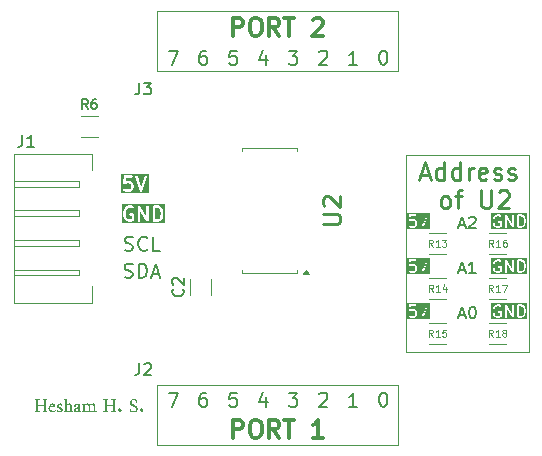
<source format=gbr>
%TF.GenerationSoftware,KiCad,Pcbnew,8.0.5*%
%TF.CreationDate,2025-02-04T09:15:57+02:00*%
%TF.ProjectId,IOExpander_PCF8574,494f4578-7061-46e6-9465-725f50434638,rev?*%
%TF.SameCoordinates,Original*%
%TF.FileFunction,Legend,Top*%
%TF.FilePolarity,Positive*%
%FSLAX46Y46*%
G04 Gerber Fmt 4.6, Leading zero omitted, Abs format (unit mm)*
G04 Created by KiCad (PCBNEW 8.0.5) date 2025-02-04 09:15:57*
%MOMM*%
%LPD*%
G01*
G04 APERTURE LIST*
%ADD10C,0.200000*%
%ADD11C,0.150000*%
%ADD12C,0.240000*%
%ADD13C,0.100000*%
%ADD14C,0.250000*%
%ADD15C,0.300000*%
%ADD16C,0.120000*%
G04 APERTURE END LIST*
D10*
X99034572Y-38666742D02*
X99034572Y-39466742D01*
X98748857Y-38209600D02*
X98463143Y-39066742D01*
X98463143Y-39066742D02*
X99206000Y-39066742D01*
X106768857Y-39466742D02*
X106083143Y-39466742D01*
X106426000Y-39466742D02*
X106426000Y-38266742D01*
X106426000Y-38266742D02*
X106311714Y-38438171D01*
X106311714Y-38438171D02*
X106197429Y-38552457D01*
X106197429Y-38552457D02*
X106083143Y-38609600D01*
X103543143Y-38381028D02*
X103600286Y-38323885D01*
X103600286Y-38323885D02*
X103714572Y-38266742D01*
X103714572Y-38266742D02*
X104000286Y-38266742D01*
X104000286Y-38266742D02*
X104114572Y-38323885D01*
X104114572Y-38323885D02*
X104171714Y-38381028D01*
X104171714Y-38381028D02*
X104228857Y-38495314D01*
X104228857Y-38495314D02*
X104228857Y-38609600D01*
X104228857Y-38609600D02*
X104171714Y-38781028D01*
X104171714Y-38781028D02*
X103486000Y-39466742D01*
X103486000Y-39466742D02*
X104228857Y-39466742D01*
X100946000Y-38266742D02*
X101688857Y-38266742D01*
X101688857Y-38266742D02*
X101288857Y-38723885D01*
X101288857Y-38723885D02*
X101460286Y-38723885D01*
X101460286Y-38723885D02*
X101574572Y-38781028D01*
X101574572Y-38781028D02*
X101631714Y-38838171D01*
X101631714Y-38838171D02*
X101688857Y-38952457D01*
X101688857Y-38952457D02*
X101688857Y-39238171D01*
X101688857Y-39238171D02*
X101631714Y-39352457D01*
X101631714Y-39352457D02*
X101574572Y-39409600D01*
X101574572Y-39409600D02*
X101460286Y-39466742D01*
X101460286Y-39466742D02*
X101117429Y-39466742D01*
X101117429Y-39466742D02*
X101003143Y-39409600D01*
X101003143Y-39409600D02*
X100946000Y-39352457D01*
X90786000Y-38266742D02*
X91586000Y-38266742D01*
X91586000Y-38266742D02*
X91071714Y-39466742D01*
X93954572Y-38266742D02*
X93726000Y-38266742D01*
X93726000Y-38266742D02*
X93611714Y-38323885D01*
X93611714Y-38323885D02*
X93554572Y-38381028D01*
X93554572Y-38381028D02*
X93440286Y-38552457D01*
X93440286Y-38552457D02*
X93383143Y-38781028D01*
X93383143Y-38781028D02*
X93383143Y-39238171D01*
X93383143Y-39238171D02*
X93440286Y-39352457D01*
X93440286Y-39352457D02*
X93497429Y-39409600D01*
X93497429Y-39409600D02*
X93611714Y-39466742D01*
X93611714Y-39466742D02*
X93840286Y-39466742D01*
X93840286Y-39466742D02*
X93954572Y-39409600D01*
X93954572Y-39409600D02*
X94011714Y-39352457D01*
X94011714Y-39352457D02*
X94068857Y-39238171D01*
X94068857Y-39238171D02*
X94068857Y-38952457D01*
X94068857Y-38952457D02*
X94011714Y-38838171D01*
X94011714Y-38838171D02*
X93954572Y-38781028D01*
X93954572Y-38781028D02*
X93840286Y-38723885D01*
X93840286Y-38723885D02*
X93611714Y-38723885D01*
X93611714Y-38723885D02*
X93497429Y-38781028D01*
X93497429Y-38781028D02*
X93440286Y-38838171D01*
X93440286Y-38838171D02*
X93383143Y-38952457D01*
X96551714Y-38266742D02*
X95980286Y-38266742D01*
X95980286Y-38266742D02*
X95923143Y-38838171D01*
X95923143Y-38838171D02*
X95980286Y-38781028D01*
X95980286Y-38781028D02*
X96094572Y-38723885D01*
X96094572Y-38723885D02*
X96380286Y-38723885D01*
X96380286Y-38723885D02*
X96494572Y-38781028D01*
X96494572Y-38781028D02*
X96551714Y-38838171D01*
X96551714Y-38838171D02*
X96608857Y-38952457D01*
X96608857Y-38952457D02*
X96608857Y-39238171D01*
X96608857Y-39238171D02*
X96551714Y-39352457D01*
X96551714Y-39352457D02*
X96494572Y-39409600D01*
X96494572Y-39409600D02*
X96380286Y-39466742D01*
X96380286Y-39466742D02*
X96094572Y-39466742D01*
X96094572Y-39466742D02*
X95980286Y-39409600D01*
X95980286Y-39409600D02*
X95923143Y-39352457D01*
X108908857Y-38266742D02*
X109023143Y-38266742D01*
X109023143Y-38266742D02*
X109137429Y-38323885D01*
X109137429Y-38323885D02*
X109194572Y-38381028D01*
X109194572Y-38381028D02*
X109251714Y-38495314D01*
X109251714Y-38495314D02*
X109308857Y-38723885D01*
X109308857Y-38723885D02*
X109308857Y-39009600D01*
X109308857Y-39009600D02*
X109251714Y-39238171D01*
X109251714Y-39238171D02*
X109194572Y-39352457D01*
X109194572Y-39352457D02*
X109137429Y-39409600D01*
X109137429Y-39409600D02*
X109023143Y-39466742D01*
X109023143Y-39466742D02*
X108908857Y-39466742D01*
X108908857Y-39466742D02*
X108794572Y-39409600D01*
X108794572Y-39409600D02*
X108737429Y-39352457D01*
X108737429Y-39352457D02*
X108680286Y-39238171D01*
X108680286Y-39238171D02*
X108623143Y-39009600D01*
X108623143Y-39009600D02*
X108623143Y-38723885D01*
X108623143Y-38723885D02*
X108680286Y-38495314D01*
X108680286Y-38495314D02*
X108737429Y-38381028D01*
X108737429Y-38381028D02*
X108794572Y-38323885D01*
X108794572Y-38323885D02*
X108908857Y-38266742D01*
D11*
G36*
X112882045Y-53395930D02*
G01*
X110986953Y-53395930D01*
X110986953Y-52693249D01*
X111098064Y-52693249D01*
X111099155Y-52696864D01*
X111099155Y-52700640D01*
X111103349Y-52710765D01*
X111106517Y-52721265D01*
X111108908Y-52724188D01*
X111110354Y-52727677D01*
X111118107Y-52735430D01*
X111125048Y-52743913D01*
X111128374Y-52745697D01*
X111131046Y-52748369D01*
X111141173Y-52752564D01*
X111150835Y-52757747D01*
X111154594Y-52758122D01*
X111158083Y-52759568D01*
X111169044Y-52759568D01*
X111179954Y-52760659D01*
X111183570Y-52759568D01*
X111187345Y-52759568D01*
X111197470Y-52755373D01*
X111207970Y-52752206D01*
X111210893Y-52749814D01*
X111214382Y-52748369D01*
X111225747Y-52739042D01*
X111264760Y-52700029D01*
X111333276Y-52665771D01*
X111535961Y-52665771D01*
X111604477Y-52700029D01*
X111634884Y-52730436D01*
X111669142Y-52798952D01*
X111669142Y-53001637D01*
X111634883Y-53070153D01*
X111604476Y-53100561D01*
X111535961Y-53134819D01*
X111333276Y-53134819D01*
X111264760Y-53100561D01*
X111225748Y-53061548D01*
X111214382Y-53052220D01*
X111187346Y-53041021D01*
X111158083Y-53041021D01*
X111131047Y-53052219D01*
X111110354Y-53072912D01*
X111099155Y-53099948D01*
X111099155Y-53129211D01*
X111110353Y-53156247D01*
X111119680Y-53167612D01*
X111167299Y-53215232D01*
X111173048Y-53219950D01*
X111174349Y-53221450D01*
X111176608Y-53222872D01*
X111178665Y-53224560D01*
X111180492Y-53225317D01*
X111186792Y-53229282D01*
X111282030Y-53276901D01*
X111295761Y-53282156D01*
X111298450Y-53282347D01*
X111300939Y-53283378D01*
X111315571Y-53284819D01*
X111553666Y-53284819D01*
X111568298Y-53283378D01*
X111570787Y-53282346D01*
X111573475Y-53282156D01*
X111587207Y-53276901D01*
X111682445Y-53229282D01*
X111688744Y-53225317D01*
X111690572Y-53224560D01*
X111692628Y-53222872D01*
X111694888Y-53221450D01*
X111696188Y-53219950D01*
X111701938Y-53215232D01*
X111749556Y-53167613D01*
X111754274Y-53161863D01*
X111755773Y-53160564D01*
X111757194Y-53158305D01*
X111758884Y-53156247D01*
X111759641Y-53154417D01*
X111763605Y-53148121D01*
X111811224Y-53052883D01*
X111816479Y-53039152D01*
X111816670Y-53036462D01*
X111817701Y-53033974D01*
X111819142Y-53019342D01*
X111819142Y-52781247D01*
X111817701Y-52766615D01*
X111816670Y-52764126D01*
X111816479Y-52761437D01*
X111811224Y-52747706D01*
X111763605Y-52652468D01*
X111759640Y-52646168D01*
X111758883Y-52644341D01*
X111757194Y-52642284D01*
X111755773Y-52640025D01*
X111754274Y-52638725D01*
X111749556Y-52632976D01*
X111701937Y-52585357D01*
X111696187Y-52580638D01*
X111694888Y-52579140D01*
X111692628Y-52577718D01*
X111690572Y-52576030D01*
X111688744Y-52575272D01*
X111682445Y-52571308D01*
X111587207Y-52523689D01*
X111573475Y-52518434D01*
X111570787Y-52518243D01*
X111568298Y-52517212D01*
X111553666Y-52515771D01*
X111315571Y-52515771D01*
X111300939Y-52517212D01*
X111298450Y-52518242D01*
X111295761Y-52518434D01*
X111282030Y-52523689D01*
X111263388Y-52533009D01*
X111288207Y-52284819D01*
X111696523Y-52284819D01*
X111711155Y-52283378D01*
X111738191Y-52272179D01*
X111758883Y-52251487D01*
X111770082Y-52224451D01*
X111770082Y-52219199D01*
X111955446Y-52219199D01*
X111958706Y-52233536D01*
X112292039Y-53233536D01*
X112298033Y-53246961D01*
X112301543Y-53251008D01*
X112303940Y-53255802D01*
X112311048Y-53261967D01*
X112317207Y-53269068D01*
X112321996Y-53271462D01*
X112326047Y-53274976D01*
X112334972Y-53277950D01*
X112343380Y-53282155D01*
X112348724Y-53282534D01*
X112353810Y-53284230D01*
X112363190Y-53283563D01*
X112372570Y-53284230D01*
X112377655Y-53282534D01*
X112383000Y-53282155D01*
X112391410Y-53277949D01*
X112400332Y-53274976D01*
X112404379Y-53271465D01*
X112409173Y-53269069D01*
X112415336Y-53261963D01*
X112422440Y-53255802D01*
X112424835Y-53251010D01*
X112428347Y-53246962D01*
X112434341Y-53233536D01*
X112767674Y-52233536D01*
X112770934Y-52219200D01*
X112768859Y-52190010D01*
X112755773Y-52163836D01*
X112733665Y-52144662D01*
X112705903Y-52135408D01*
X112676713Y-52137483D01*
X112650540Y-52150570D01*
X112631366Y-52172677D01*
X112625372Y-52186102D01*
X112363190Y-52972648D01*
X112101008Y-52186102D01*
X112095014Y-52172676D01*
X112075840Y-52150569D01*
X112049667Y-52137483D01*
X112020477Y-52135408D01*
X111992714Y-52144662D01*
X111970607Y-52163836D01*
X111957521Y-52190009D01*
X111955446Y-52219199D01*
X111770082Y-52219199D01*
X111770082Y-52195187D01*
X111758883Y-52168151D01*
X111738191Y-52147459D01*
X111711155Y-52136260D01*
X111696523Y-52134819D01*
X111220333Y-52134819D01*
X111214921Y-52135351D01*
X111213093Y-52135169D01*
X111211306Y-52135707D01*
X111205701Y-52136260D01*
X111195574Y-52140454D01*
X111185077Y-52143622D01*
X111182153Y-52146013D01*
X111178665Y-52147459D01*
X111170911Y-52155212D01*
X111162429Y-52162153D01*
X111160644Y-52165479D01*
X111157973Y-52168151D01*
X111153777Y-52178280D01*
X111148595Y-52187940D01*
X111147487Y-52193464D01*
X111146774Y-52195187D01*
X111146774Y-52197023D01*
X111145705Y-52202356D01*
X111098086Y-52678546D01*
X111098064Y-52693249D01*
X110986953Y-52693249D01*
X110986953Y-52023708D01*
X112882045Y-52023708D01*
X112882045Y-53395930D01*
G37*
G36*
X120736343Y-52322990D02*
G01*
X120810456Y-52397103D01*
X120848949Y-52474090D01*
X120892333Y-52647624D01*
X120892333Y-52772013D01*
X120848949Y-52945547D01*
X120810455Y-53022534D01*
X120736343Y-53096647D01*
X120621830Y-53134819D01*
X120470905Y-53134819D01*
X120470905Y-52284819D01*
X120621830Y-52284819D01*
X120736343Y-52322990D01*
G37*
G36*
X121153444Y-53395930D02*
G01*
X118114556Y-53395930D01*
X118114556Y-52638390D01*
X118225667Y-52638390D01*
X118225667Y-52781247D01*
X118225918Y-52783800D01*
X118225756Y-52784893D01*
X118226565Y-52790366D01*
X118227108Y-52795879D01*
X118227530Y-52796900D01*
X118227906Y-52799437D01*
X118275525Y-52989913D01*
X118275910Y-52990992D01*
X118275949Y-52991532D01*
X118278276Y-52997613D01*
X118280472Y-53003759D01*
X118280794Y-53004194D01*
X118281204Y-53005264D01*
X118328823Y-53100502D01*
X118332786Y-53106798D01*
X118333544Y-53108628D01*
X118335233Y-53110686D01*
X118336655Y-53112945D01*
X118338153Y-53114244D01*
X118342872Y-53119994D01*
X118438110Y-53215233D01*
X118449475Y-53224561D01*
X118451965Y-53225592D01*
X118454000Y-53227357D01*
X118467426Y-53233351D01*
X118610282Y-53280970D01*
X118617537Y-53282619D01*
X118619368Y-53283378D01*
X118622021Y-53283639D01*
X118624619Y-53284230D01*
X118626593Y-53284089D01*
X118634000Y-53284819D01*
X118729238Y-53284819D01*
X118736643Y-53284089D01*
X118738618Y-53284230D01*
X118741215Y-53283639D01*
X118743870Y-53283378D01*
X118745701Y-53282619D01*
X118752955Y-53280970D01*
X118895812Y-53233351D01*
X118909237Y-53227357D01*
X118911272Y-53225591D01*
X118913763Y-53224560D01*
X118925129Y-53215232D01*
X118972747Y-53167613D01*
X118982075Y-53156247D01*
X118989356Y-53138668D01*
X118993273Y-53129212D01*
X118994714Y-53114580D01*
X118994714Y-52781247D01*
X118993273Y-52766615D01*
X118982074Y-52739579D01*
X118961382Y-52718887D01*
X118934346Y-52707688D01*
X118919714Y-52706247D01*
X118729238Y-52706247D01*
X118714606Y-52707688D01*
X118687570Y-52718887D01*
X118666878Y-52739579D01*
X118655679Y-52766615D01*
X118655679Y-52795879D01*
X118666878Y-52822915D01*
X118687570Y-52843607D01*
X118714606Y-52854806D01*
X118729238Y-52856247D01*
X118844714Y-52856247D01*
X118844714Y-53083514D01*
X118831581Y-53096647D01*
X118717068Y-53134819D01*
X118646170Y-53134819D01*
X118531657Y-53096648D01*
X118457544Y-53022534D01*
X118419050Y-52945547D01*
X118375667Y-52772013D01*
X118375667Y-52647624D01*
X118419050Y-52474090D01*
X118457544Y-52397103D01*
X118531657Y-52322990D01*
X118646170Y-52284819D01*
X118759152Y-52284819D01*
X118838554Y-52324520D01*
X118852285Y-52329775D01*
X118881475Y-52331849D01*
X118909237Y-52322595D01*
X118931344Y-52303422D01*
X118944432Y-52277247D01*
X118946506Y-52248057D01*
X118937252Y-52220296D01*
X118928166Y-52209819D01*
X119273286Y-52209819D01*
X119273286Y-53209819D01*
X119274727Y-53224451D01*
X119285926Y-53251487D01*
X119306618Y-53272179D01*
X119333654Y-53283378D01*
X119362918Y-53283378D01*
X119389954Y-53272179D01*
X119410646Y-53251487D01*
X119421845Y-53224451D01*
X119423286Y-53209819D01*
X119423286Y-52492235D01*
X119854596Y-53247030D01*
X119856785Y-53250114D01*
X119857354Y-53251487D01*
X119858751Y-53252884D01*
X119863106Y-53259019D01*
X119870994Y-53265127D01*
X119878046Y-53272179D01*
X119882464Y-53274009D01*
X119886244Y-53276936D01*
X119895865Y-53279560D01*
X119905082Y-53283378D01*
X119909863Y-53283378D01*
X119914475Y-53284636D01*
X119924372Y-53283378D01*
X119934346Y-53283378D01*
X119938761Y-53281548D01*
X119943505Y-53280946D01*
X119952169Y-53275995D01*
X119961382Y-53272179D01*
X119964760Y-53268800D01*
X119968914Y-53266427D01*
X119975023Y-53258537D01*
X119982074Y-53251487D01*
X119983903Y-53247070D01*
X119986831Y-53243290D01*
X119989455Y-53233666D01*
X119993273Y-53224451D01*
X119994009Y-53216968D01*
X119994531Y-53215058D01*
X119994343Y-53213582D01*
X119994714Y-53209819D01*
X119994714Y-52209819D01*
X120320905Y-52209819D01*
X120320905Y-53209819D01*
X120322346Y-53224451D01*
X120333545Y-53251487D01*
X120354237Y-53272179D01*
X120381273Y-53283378D01*
X120395905Y-53284819D01*
X120634000Y-53284819D01*
X120641405Y-53284089D01*
X120643380Y-53284230D01*
X120645977Y-53283639D01*
X120648632Y-53283378D01*
X120650463Y-53282619D01*
X120657717Y-53280970D01*
X120800574Y-53233351D01*
X120813999Y-53227357D01*
X120816034Y-53225591D01*
X120818525Y-53224560D01*
X120829890Y-53215233D01*
X120925129Y-53119993D01*
X120929846Y-53114244D01*
X120931345Y-53112945D01*
X120932766Y-53110686D01*
X120934456Y-53108628D01*
X120935213Y-53106798D01*
X120939177Y-53100502D01*
X120986796Y-53005264D01*
X120987205Y-53004194D01*
X120987528Y-53003759D01*
X120989720Y-52997622D01*
X120992051Y-52991533D01*
X120992089Y-52990992D01*
X120992475Y-52989913D01*
X121040094Y-52799437D01*
X121040469Y-52796900D01*
X121040892Y-52795879D01*
X121041434Y-52790366D01*
X121042244Y-52784893D01*
X121042081Y-52783800D01*
X121042333Y-52781247D01*
X121042333Y-52638390D01*
X121042081Y-52635836D01*
X121042244Y-52634744D01*
X121041434Y-52629270D01*
X121040892Y-52623758D01*
X121040469Y-52622736D01*
X121040094Y-52620200D01*
X120992475Y-52429724D01*
X120992089Y-52428644D01*
X120992051Y-52428104D01*
X120989720Y-52422014D01*
X120987528Y-52415878D01*
X120987205Y-52415442D01*
X120986796Y-52414373D01*
X120939177Y-52319135D01*
X120935214Y-52312840D01*
X120934456Y-52311008D01*
X120932764Y-52308946D01*
X120931345Y-52306692D01*
X120929848Y-52305393D01*
X120925128Y-52299643D01*
X120829890Y-52204405D01*
X120818525Y-52195078D01*
X120816034Y-52194046D01*
X120813999Y-52192281D01*
X120800574Y-52186287D01*
X120657717Y-52138668D01*
X120650463Y-52137018D01*
X120648632Y-52136260D01*
X120645977Y-52135998D01*
X120643380Y-52135408D01*
X120641405Y-52135548D01*
X120634000Y-52134819D01*
X120395905Y-52134819D01*
X120381273Y-52136260D01*
X120354237Y-52147459D01*
X120333545Y-52168151D01*
X120322346Y-52195187D01*
X120320905Y-52209819D01*
X119994714Y-52209819D01*
X119993273Y-52195187D01*
X119982074Y-52168151D01*
X119961382Y-52147459D01*
X119934346Y-52136260D01*
X119905082Y-52136260D01*
X119878046Y-52147459D01*
X119857354Y-52168151D01*
X119846155Y-52195187D01*
X119844714Y-52209819D01*
X119844714Y-52927402D01*
X119413404Y-52172609D01*
X119411215Y-52169525D01*
X119410646Y-52168151D01*
X119409246Y-52166751D01*
X119404894Y-52160619D01*
X119397004Y-52154509D01*
X119389954Y-52147459D01*
X119385537Y-52145629D01*
X119381757Y-52142702D01*
X119372133Y-52140077D01*
X119362918Y-52136260D01*
X119358137Y-52136260D01*
X119353525Y-52135002D01*
X119343628Y-52136260D01*
X119333654Y-52136260D01*
X119329238Y-52138089D01*
X119324495Y-52138692D01*
X119315830Y-52143642D01*
X119306618Y-52147459D01*
X119303239Y-52150837D01*
X119299086Y-52153211D01*
X119292976Y-52161100D01*
X119285926Y-52168151D01*
X119284096Y-52172567D01*
X119281169Y-52176348D01*
X119278544Y-52185971D01*
X119274727Y-52195187D01*
X119273990Y-52202669D01*
X119273469Y-52204580D01*
X119273656Y-52206055D01*
X119273286Y-52209819D01*
X118928166Y-52209819D01*
X118918079Y-52198188D01*
X118905636Y-52190356D01*
X118810398Y-52142737D01*
X118796666Y-52137482D01*
X118793978Y-52137291D01*
X118791489Y-52136260D01*
X118776857Y-52134819D01*
X118634000Y-52134819D01*
X118626593Y-52135548D01*
X118624619Y-52135408D01*
X118622021Y-52135998D01*
X118619368Y-52136260D01*
X118617537Y-52137018D01*
X118610282Y-52138668D01*
X118467426Y-52186287D01*
X118454000Y-52192281D01*
X118451965Y-52194045D01*
X118449475Y-52195077D01*
X118438110Y-52204405D01*
X118342872Y-52299643D01*
X118338153Y-52305392D01*
X118336655Y-52306692D01*
X118335233Y-52308951D01*
X118333545Y-52311008D01*
X118332787Y-52312835D01*
X118328823Y-52319135D01*
X118281204Y-52414373D01*
X118280794Y-52415442D01*
X118280472Y-52415878D01*
X118278276Y-52422023D01*
X118275949Y-52428105D01*
X118275910Y-52428644D01*
X118275525Y-52429724D01*
X118227906Y-52620200D01*
X118227530Y-52622736D01*
X118227108Y-52623758D01*
X118226565Y-52629270D01*
X118225756Y-52634744D01*
X118225918Y-52635836D01*
X118225667Y-52638390D01*
X118114556Y-52638390D01*
X118114556Y-52023708D01*
X121153444Y-52023708D01*
X121153444Y-53395930D01*
G37*
D12*
G36*
X79670887Y-67786665D02*
G01*
X79730536Y-67785749D01*
X79765556Y-67784321D01*
X79826647Y-67781367D01*
X79866379Y-67779924D01*
X79877517Y-67815388D01*
X79867259Y-67850852D01*
X79826226Y-67853490D01*
X79779331Y-67860231D01*
X79757349Y-67869317D01*
X79751780Y-67911229D01*
X79750901Y-67968968D01*
X79750901Y-67979226D01*
X79750901Y-67989191D01*
X79750901Y-68276421D01*
X79745919Y-68273490D01*
X79747384Y-68270559D01*
X79807028Y-68272318D01*
X79869310Y-68274076D01*
X79930095Y-68275128D01*
X79988919Y-68275529D01*
X80001787Y-68275542D01*
X80062897Y-68275175D01*
X80124180Y-68274166D01*
X80128403Y-68274076D01*
X80188544Y-68272428D01*
X80247984Y-68270559D01*
X80250036Y-68272904D01*
X80246226Y-68274956D01*
X80246226Y-67989191D01*
X80245553Y-67928604D01*
X80245346Y-67920608D01*
X80238019Y-67869024D01*
X80216037Y-67860231D01*
X80169729Y-67853490D01*
X80129868Y-67850852D01*
X80119024Y-67815095D01*
X80130748Y-67779924D01*
X80189944Y-67782181D01*
X80233037Y-67784321D01*
X80292548Y-67786336D01*
X80327705Y-67786665D01*
X80387491Y-67785749D01*
X80422374Y-67784321D01*
X80483465Y-67781367D01*
X80523197Y-67779924D01*
X80534628Y-67815095D01*
X80524076Y-67850852D01*
X80484216Y-67853490D01*
X80437907Y-67860231D01*
X80415633Y-67869610D01*
X80408598Y-67920608D01*
X80407733Y-67980041D01*
X80407719Y-67989191D01*
X80407719Y-68679715D01*
X80408392Y-68739853D01*
X80408598Y-68747712D01*
X80415633Y-68797538D01*
X80437907Y-68807210D01*
X80484216Y-68815709D01*
X80524076Y-68818347D01*
X80534628Y-68853811D01*
X80522904Y-68889275D01*
X80464264Y-68885689D01*
X80422374Y-68883413D01*
X80360842Y-68881087D01*
X80327705Y-68880775D01*
X80268995Y-68881806D01*
X80233330Y-68883413D01*
X80174222Y-68886611D01*
X80131041Y-68889275D01*
X80119024Y-68853811D01*
X80129868Y-68818347D01*
X80169436Y-68815709D01*
X80216037Y-68807210D01*
X80238019Y-68798417D01*
X80245346Y-68747712D01*
X80246212Y-68688856D01*
X80246226Y-68679715D01*
X80246226Y-68353797D01*
X80250036Y-68356142D01*
X80249743Y-68358193D01*
X80188697Y-68356160D01*
X80130162Y-68354090D01*
X80069694Y-68352197D01*
X80009742Y-68351463D01*
X80001787Y-68351452D01*
X79942431Y-68351591D01*
X79882856Y-68352139D01*
X79834139Y-68353211D01*
X79775228Y-68355574D01*
X79764970Y-68356435D01*
X79748556Y-68358487D01*
X79747970Y-68353797D01*
X79750901Y-68353797D01*
X79750901Y-68679715D01*
X79750901Y-68689973D01*
X79750901Y-68699938D01*
X79751780Y-68757091D01*
X79757056Y-68797831D01*
X79779331Y-68807210D01*
X79826519Y-68815709D01*
X79867259Y-68818347D01*
X79877517Y-68853811D01*
X79866379Y-68889275D01*
X79807409Y-68885689D01*
X79765263Y-68883413D01*
X79703858Y-68881087D01*
X79670887Y-68880775D01*
X79611834Y-68881806D01*
X79575633Y-68883413D01*
X79515790Y-68886611D01*
X79472464Y-68889275D01*
X79460448Y-68853811D01*
X79471292Y-68818347D01*
X79511739Y-68815709D01*
X79559219Y-68807210D01*
X79581201Y-68798417D01*
X79588529Y-68747712D01*
X79589394Y-68688856D01*
X79589408Y-68679715D01*
X79589408Y-67989191D01*
X79588735Y-67928604D01*
X79588529Y-67920608D01*
X79581201Y-67869024D01*
X79559219Y-67860231D01*
X79512032Y-67853490D01*
X79471292Y-67850852D01*
X79460448Y-67815095D01*
X79472171Y-67779924D01*
X79531646Y-67782181D01*
X79575339Y-67784321D01*
X79635606Y-67786336D01*
X79670887Y-67786665D01*
G37*
G36*
X81006585Y-68151337D02*
G01*
X81064654Y-68169472D01*
X81070985Y-68172667D01*
X81120362Y-68205907D01*
X81149533Y-68237147D01*
X81180044Y-68287540D01*
X81189980Y-68313937D01*
X81201232Y-68372152D01*
X81201411Y-68379003D01*
X81192059Y-68438176D01*
X81191446Y-68439673D01*
X81152464Y-68465758D01*
X81092381Y-68468103D01*
X81031770Y-68469545D01*
X80990678Y-68470741D01*
X80930449Y-68472609D01*
X80878131Y-68474258D01*
X80818136Y-68475791D01*
X80783755Y-68476602D01*
X80745067Y-68474844D01*
X80749793Y-68537013D01*
X80764349Y-68597724D01*
X80781704Y-68638389D01*
X80814913Y-68688070D01*
X80859440Y-68728590D01*
X80877545Y-68739799D01*
X80931769Y-68762439D01*
X80989808Y-68772400D01*
X81007091Y-68772918D01*
X81065358Y-68765044D01*
X81085933Y-68757677D01*
X81137849Y-68728125D01*
X81145723Y-68721920D01*
X81182360Y-68687042D01*
X81200824Y-68695835D01*
X81209617Y-68718403D01*
X81198187Y-68753574D01*
X81161246Y-68799296D01*
X81149533Y-68811606D01*
X81101883Y-68850761D01*
X81066589Y-68871397D01*
X81008559Y-68891750D01*
X80949938Y-68897482D01*
X80890719Y-68892931D01*
X80830536Y-68877412D01*
X80775549Y-68850880D01*
X80727072Y-68814796D01*
X80686423Y-68771023D01*
X80656261Y-68724558D01*
X80631731Y-68667735D01*
X80617384Y-68606479D01*
X80613176Y-68546944D01*
X80617380Y-68485423D01*
X80629992Y-68427033D01*
X80640081Y-68398347D01*
X80746826Y-68398347D01*
X81013832Y-68398347D01*
X81033762Y-68392192D01*
X81043141Y-68368159D01*
X81032004Y-68315109D01*
X81001373Y-68262600D01*
X80991557Y-68251801D01*
X80937340Y-68225011D01*
X80917991Y-68223665D01*
X80859392Y-68236825D01*
X80837977Y-68251508D01*
X80799137Y-68295806D01*
X80787566Y-68315695D01*
X80762397Y-68368755D01*
X80757963Y-68379296D01*
X80746826Y-68398347D01*
X80640081Y-68398347D01*
X80643071Y-68389847D01*
X80670695Y-68333647D01*
X80704511Y-68283638D01*
X80722206Y-68262646D01*
X80766942Y-68219633D01*
X80815492Y-68185485D01*
X80830064Y-68177356D01*
X80884649Y-68155057D01*
X80944956Y-68146288D01*
X81006585Y-68151337D01*
G37*
G36*
X81579499Y-68147754D02*
G01*
X81640112Y-68151356D01*
X81662443Y-68155374D01*
X81720450Y-68165852D01*
X81755060Y-68170615D01*
X81766252Y-68230968D01*
X81770301Y-68264697D01*
X81775270Y-68324689D01*
X81777042Y-68358487D01*
X81750957Y-68376658D01*
X81733958Y-68374607D01*
X81714028Y-68364348D01*
X81692095Y-68308691D01*
X81686477Y-68298110D01*
X81651635Y-68250125D01*
X81642220Y-68241250D01*
X81586472Y-68218704D01*
X81584481Y-68218682D01*
X81525174Y-68230168D01*
X81503881Y-68245353D01*
X81478719Y-68299751D01*
X81478089Y-68311885D01*
X81493254Y-68370212D01*
X81496554Y-68374900D01*
X81541384Y-68414128D01*
X81547259Y-68417691D01*
X81597982Y-68447476D01*
X81616135Y-68458138D01*
X81668019Y-68489519D01*
X81697614Y-68507670D01*
X81746346Y-68543617D01*
X81775284Y-68572736D01*
X81804249Y-68627119D01*
X81808989Y-68666233D01*
X81800875Y-68727181D01*
X81776532Y-68781431D01*
X81772060Y-68788159D01*
X81732754Y-68833144D01*
X81683531Y-68868083D01*
X81676219Y-68871983D01*
X81618461Y-68893862D01*
X81556194Y-68902345D01*
X81547552Y-68902464D01*
X81487500Y-68898940D01*
X81448487Y-68891327D01*
X81390578Y-68877657D01*
X81349129Y-68869345D01*
X81333302Y-68812778D01*
X81323300Y-68754723D01*
X81322164Y-68746247D01*
X81318061Y-68686749D01*
X81357628Y-68672094D01*
X81379024Y-68678542D01*
X81404197Y-68733876D01*
X81414195Y-68749177D01*
X81454615Y-68792988D01*
X81473399Y-68806916D01*
X81529288Y-68828624D01*
X81549310Y-68830071D01*
X81608242Y-68815838D01*
X81626686Y-68802520D01*
X81655027Y-68749473D01*
X81657461Y-68721627D01*
X81642774Y-68663722D01*
X81629031Y-68646009D01*
X81582447Y-68608203D01*
X81556051Y-68592667D01*
X81504305Y-68564702D01*
X81462262Y-68541669D01*
X81412217Y-68506640D01*
X81372869Y-68469275D01*
X81341996Y-68416219D01*
X81333302Y-68357314D01*
X81342314Y-68297524D01*
X81369352Y-68245939D01*
X81413198Y-68201778D01*
X81461090Y-68173253D01*
X81518682Y-68154129D01*
X81579499Y-68147754D01*
G37*
G36*
X82369380Y-68146288D02*
G01*
X82432221Y-68151770D01*
X82489907Y-68172022D01*
X82509478Y-68185270D01*
X82547585Y-68230702D01*
X82570602Y-68289141D01*
X82573958Y-68303678D01*
X82583302Y-68363099D01*
X82588431Y-68425473D01*
X82590307Y-68488412D01*
X82590371Y-68503274D01*
X82590371Y-68684697D01*
X82591044Y-68745060D01*
X82591250Y-68752988D01*
X82597991Y-68802520D01*
X82618215Y-68812778D01*
X82660127Y-68820985D01*
X82698228Y-68823330D01*
X82708780Y-68856449D01*
X82697056Y-68889275D01*
X82637899Y-68885512D01*
X82603853Y-68883413D01*
X82543512Y-68880984D01*
X82517098Y-68880775D01*
X82457177Y-68882022D01*
X82432688Y-68883413D01*
X82373069Y-68887191D01*
X82340657Y-68889275D01*
X82328640Y-68856449D01*
X82339485Y-68823330D01*
X82376414Y-68820985D01*
X82418033Y-68812778D01*
X82437377Y-68803399D01*
X82444704Y-68752695D01*
X82445570Y-68693838D01*
X82445584Y-68684697D01*
X82445584Y-68520273D01*
X82444324Y-68461357D01*
X82439488Y-68402446D01*
X82432688Y-68363176D01*
X82410347Y-68308272D01*
X82386965Y-68284041D01*
X82328933Y-68262884D01*
X82293762Y-68260594D01*
X82235339Y-68277080D01*
X82231041Y-68279352D01*
X82181226Y-68310518D01*
X82171543Y-68318040D01*
X82146924Y-68342073D01*
X82146924Y-68684697D01*
X82147372Y-68744836D01*
X82147510Y-68752695D01*
X82154544Y-68802520D01*
X82174767Y-68812778D01*
X82216679Y-68820985D01*
X82254781Y-68823330D01*
X82265332Y-68856449D01*
X82253609Y-68889275D01*
X82194452Y-68885512D01*
X82160406Y-68883413D01*
X82100065Y-68880984D01*
X82073651Y-68880775D01*
X82013465Y-68882022D01*
X81988947Y-68883413D01*
X81929328Y-68887191D01*
X81896917Y-68889275D01*
X81885193Y-68856449D01*
X81895744Y-68823330D01*
X81932967Y-68820985D01*
X81974293Y-68812778D01*
X81993930Y-68803399D01*
X82001257Y-68752695D01*
X82002123Y-68693838D01*
X82002136Y-68684697D01*
X82002136Y-67959003D01*
X82001257Y-67916505D01*
X81994223Y-67876937D01*
X81962862Y-67858766D01*
X81903951Y-67854076D01*
X81891934Y-67825060D01*
X81903658Y-67791941D01*
X81964987Y-67782562D01*
X82024118Y-67767907D01*
X82080978Y-67748710D01*
X82135493Y-67726288D01*
X82157475Y-67738891D01*
X82165388Y-67763511D01*
X82156009Y-67800734D01*
X82148201Y-67858917D01*
X82146924Y-67905367D01*
X82146924Y-68276421D01*
X82142527Y-68270559D01*
X82140476Y-68269973D01*
X82184680Y-68230730D01*
X82196163Y-68221906D01*
X82247614Y-68187926D01*
X82281453Y-68169736D01*
X82337781Y-68149586D01*
X82369380Y-68146288D01*
G37*
G36*
X83164313Y-68161992D02*
G01*
X83197656Y-68181459D01*
X83240748Y-68223798D01*
X83266826Y-68265577D01*
X83286610Y-68321264D01*
X83293178Y-68379859D01*
X83293204Y-68383986D01*
X83293204Y-68721627D01*
X83303169Y-68770573D01*
X83334237Y-68789624D01*
X83367356Y-68780245D01*
X83386407Y-68767935D01*
X83401062Y-68777021D01*
X83404286Y-68790503D01*
X83393441Y-68828605D01*
X83358857Y-68854104D01*
X83309910Y-68881655D01*
X83263895Y-68893965D01*
X83207416Y-68870888D01*
X83193846Y-68856156D01*
X83164445Y-68803399D01*
X83161313Y-68787572D01*
X83139038Y-68809847D01*
X83089895Y-68843411D01*
X83081885Y-68848242D01*
X83029495Y-68876774D01*
X83017405Y-68882534D01*
X82961425Y-68897482D01*
X82901785Y-68889403D01*
X82845455Y-68862419D01*
X82818689Y-68840036D01*
X82783147Y-68793407D01*
X82763155Y-68734892D01*
X82760364Y-68699938D01*
X82763091Y-68684697D01*
X82915409Y-68684697D01*
X82931731Y-68741520D01*
X82944425Y-68757970D01*
X82996138Y-68787646D01*
X83016819Y-68789624D01*
X83075730Y-68776728D01*
X83129073Y-68749471D01*
X83150175Y-68731885D01*
X83150175Y-68521152D01*
X83093595Y-68538944D01*
X83081885Y-68542548D01*
X83025119Y-68560704D01*
X83010078Y-68565995D01*
X82958242Y-68596014D01*
X82942081Y-68611718D01*
X82916686Y-68666379D01*
X82915409Y-68684697D01*
X82763091Y-68684697D01*
X82770800Y-68641619D01*
X82789966Y-68607907D01*
X82832368Y-68566677D01*
X82848877Y-68558375D01*
X82905539Y-68538746D01*
X82954097Y-68522325D01*
X83009931Y-68503200D01*
X83061955Y-68484516D01*
X83118526Y-68463006D01*
X83135814Y-68455793D01*
X83147831Y-68447586D01*
X83150175Y-68422674D01*
X83150175Y-68379003D01*
X83137656Y-68320850D01*
X83132590Y-68310127D01*
X83096170Y-68262142D01*
X83085402Y-68253267D01*
X83029946Y-68230964D01*
X83018577Y-68230406D01*
X82964045Y-68253236D01*
X82962890Y-68254732D01*
X82939606Y-68311355D01*
X82936805Y-68325367D01*
X82914759Y-68381348D01*
X82863055Y-68411069D01*
X82850343Y-68411829D01*
X82801983Y-68386916D01*
X82785570Y-68333574D01*
X82789087Y-68311885D01*
X82799638Y-68287265D01*
X82846021Y-68249547D01*
X82873790Y-68230113D01*
X82924861Y-68199924D01*
X82978730Y-68175349D01*
X82982527Y-68173839D01*
X83039616Y-68156378D01*
X83100368Y-68149536D01*
X83104160Y-68149512D01*
X83164313Y-68161992D01*
G37*
G36*
X83938005Y-68146288D02*
G01*
X84000011Y-68152572D01*
X84057549Y-68175140D01*
X84063741Y-68179115D01*
X84106731Y-68222347D01*
X84129687Y-68274369D01*
X84174891Y-68236811D01*
X84222299Y-68202177D01*
X84238424Y-68191131D01*
X84291517Y-68162097D01*
X84350976Y-68146989D01*
X84366505Y-68146288D01*
X84429483Y-68151770D01*
X84487121Y-68172022D01*
X84506603Y-68185270D01*
X84544710Y-68230702D01*
X84567727Y-68289141D01*
X84571083Y-68303678D01*
X84580427Y-68363099D01*
X84585556Y-68425473D01*
X84587432Y-68488412D01*
X84587496Y-68503274D01*
X84587496Y-68684697D01*
X84588169Y-68744836D01*
X84588375Y-68752695D01*
X84595409Y-68802520D01*
X84615339Y-68812778D01*
X84656665Y-68820985D01*
X84693888Y-68823330D01*
X84704439Y-68856449D01*
X84692716Y-68889275D01*
X84633869Y-68885512D01*
X84600392Y-68883413D01*
X84540709Y-68880984D01*
X84514223Y-68880775D01*
X84453886Y-68882022D01*
X84428933Y-68883413D01*
X84368521Y-68887191D01*
X84336023Y-68889275D01*
X84324300Y-68856449D01*
X84334851Y-68823330D01*
X84372953Y-68820985D01*
X84415158Y-68812778D01*
X84434795Y-68803399D01*
X84440364Y-68762073D01*
X84441243Y-68704921D01*
X84441243Y-68694956D01*
X84441243Y-68684697D01*
X84441243Y-68508256D01*
X84439502Y-68446597D01*
X84433165Y-68386152D01*
X84430692Y-68371969D01*
X84411446Y-68315901D01*
X84390538Y-68288731D01*
X84337170Y-68263919D01*
X84297628Y-68260594D01*
X84239704Y-68272937D01*
X84224062Y-68280817D01*
X84174310Y-68315362D01*
X84167203Y-68321850D01*
X84145807Y-68345297D01*
X84146393Y-68354090D01*
X84147272Y-68364935D01*
X84152255Y-68423846D01*
X84154014Y-68483050D01*
X84154014Y-68684697D01*
X84154687Y-68744836D01*
X84154893Y-68752695D01*
X84161927Y-68802520D01*
X84182150Y-68812778D01*
X84223183Y-68820985D01*
X84260406Y-68823330D01*
X84270957Y-68856449D01*
X84259233Y-68889275D01*
X84200386Y-68885512D01*
X84166910Y-68883413D01*
X84107379Y-68880984D01*
X84081034Y-68880775D01*
X84020433Y-68882022D01*
X83995451Y-68883413D01*
X83934900Y-68887191D01*
X83902248Y-68889275D01*
X83890817Y-68856449D01*
X83901369Y-68823330D01*
X83939471Y-68820985D01*
X83981676Y-68812778D01*
X84001313Y-68803399D01*
X84008640Y-68752695D01*
X84009506Y-68693838D01*
X84009519Y-68684697D01*
X84009519Y-68516756D01*
X84008033Y-68456818D01*
X84001753Y-68392778D01*
X83987402Y-68334406D01*
X83978452Y-68315109D01*
X83934488Y-68274223D01*
X83874381Y-68260807D01*
X83864146Y-68260594D01*
X83806410Y-68273322D01*
X83795856Y-68278473D01*
X83746745Y-68310594D01*
X83741341Y-68315402D01*
X83720824Y-68342073D01*
X83720824Y-68684697D01*
X83721273Y-68744836D01*
X83721411Y-68752695D01*
X83728445Y-68802520D01*
X83748668Y-68812778D01*
X83789701Y-68820985D01*
X83826924Y-68823330D01*
X83837475Y-68856449D01*
X83825751Y-68889275D01*
X83766904Y-68885512D01*
X83733427Y-68883413D01*
X83673896Y-68880984D01*
X83647552Y-68880775D01*
X83587089Y-68882022D01*
X83562262Y-68883413D01*
X83501850Y-68887191D01*
X83469352Y-68889275D01*
X83457335Y-68856449D01*
X83468180Y-68823330D01*
X83505988Y-68820985D01*
X83548194Y-68812778D01*
X83567831Y-68803399D01*
X83575158Y-68752695D01*
X83576024Y-68693838D01*
X83576037Y-68684697D01*
X83576037Y-68385744D01*
X83575158Y-68339729D01*
X83568124Y-68296937D01*
X83543797Y-68281110D01*
X83500420Y-68274956D01*
X83465542Y-68274076D01*
X83458215Y-68244767D01*
X83465835Y-68212234D01*
X83527294Y-68202462D01*
X83585275Y-68189084D01*
X83592744Y-68187028D01*
X83649896Y-68167611D01*
X83702360Y-68142771D01*
X83724635Y-68156254D01*
X83732548Y-68179115D01*
X83729910Y-68203441D01*
X83724635Y-68240371D01*
X83722290Y-68264697D01*
X83716428Y-68262060D01*
X83714963Y-68261180D01*
X83761189Y-68222808D01*
X83769478Y-68216337D01*
X83818777Y-68183477D01*
X83848026Y-68167977D01*
X83903920Y-68149338D01*
X83938005Y-68146288D01*
G37*
G36*
X85467063Y-67786665D02*
G01*
X85526712Y-67785749D01*
X85561732Y-67784321D01*
X85622823Y-67781367D01*
X85662555Y-67779924D01*
X85673693Y-67815388D01*
X85663434Y-67850852D01*
X85622402Y-67853490D01*
X85575507Y-67860231D01*
X85553525Y-67869317D01*
X85547956Y-67911229D01*
X85547077Y-67968968D01*
X85547077Y-67979226D01*
X85547077Y-67989191D01*
X85547077Y-68276421D01*
X85542095Y-68273490D01*
X85543560Y-68270559D01*
X85603204Y-68272318D01*
X85665486Y-68274076D01*
X85726271Y-68275128D01*
X85785095Y-68275529D01*
X85797963Y-68275542D01*
X85859073Y-68275175D01*
X85920356Y-68274166D01*
X85924579Y-68274076D01*
X85984720Y-68272428D01*
X86044160Y-68270559D01*
X86046212Y-68272904D01*
X86042402Y-68274956D01*
X86042402Y-67989191D01*
X86041728Y-67928604D01*
X86041522Y-67920608D01*
X86034195Y-67869024D01*
X86012213Y-67860231D01*
X85965905Y-67853490D01*
X85926044Y-67850852D01*
X85915200Y-67815095D01*
X85926924Y-67779924D01*
X85986120Y-67782181D01*
X86029212Y-67784321D01*
X86088724Y-67786336D01*
X86123881Y-67786665D01*
X86183667Y-67785749D01*
X86218550Y-67784321D01*
X86279641Y-67781367D01*
X86319373Y-67779924D01*
X86330804Y-67815095D01*
X86320252Y-67850852D01*
X86280392Y-67853490D01*
X86234083Y-67860231D01*
X86211808Y-67869610D01*
X86204774Y-67920608D01*
X86203909Y-67980041D01*
X86203895Y-67989191D01*
X86203895Y-68679715D01*
X86204568Y-68739853D01*
X86204774Y-68747712D01*
X86211808Y-68797538D01*
X86234083Y-68807210D01*
X86280392Y-68815709D01*
X86320252Y-68818347D01*
X86330804Y-68853811D01*
X86319080Y-68889275D01*
X86260440Y-68885689D01*
X86218550Y-68883413D01*
X86157018Y-68881087D01*
X86123881Y-68880775D01*
X86065171Y-68881806D01*
X86029506Y-68883413D01*
X85970398Y-68886611D01*
X85927217Y-68889275D01*
X85915200Y-68853811D01*
X85926044Y-68818347D01*
X85965612Y-68815709D01*
X86012213Y-68807210D01*
X86034195Y-68798417D01*
X86041522Y-68747712D01*
X86042388Y-68688856D01*
X86042402Y-68679715D01*
X86042402Y-68353797D01*
X86046212Y-68356142D01*
X86045919Y-68358193D01*
X85984873Y-68356160D01*
X85926337Y-68354090D01*
X85865870Y-68352197D01*
X85805918Y-68351463D01*
X85797963Y-68351452D01*
X85738607Y-68351591D01*
X85679032Y-68352139D01*
X85630315Y-68353211D01*
X85571404Y-68355574D01*
X85561145Y-68356435D01*
X85544732Y-68358487D01*
X85544146Y-68353797D01*
X85547077Y-68353797D01*
X85547077Y-68679715D01*
X85547077Y-68689973D01*
X85547077Y-68699938D01*
X85547956Y-68757091D01*
X85553232Y-68797831D01*
X85575507Y-68807210D01*
X85622695Y-68815709D01*
X85663434Y-68818347D01*
X85673693Y-68853811D01*
X85662555Y-68889275D01*
X85603585Y-68885689D01*
X85561439Y-68883413D01*
X85500034Y-68881087D01*
X85467063Y-68880775D01*
X85408010Y-68881806D01*
X85371808Y-68883413D01*
X85311966Y-68886611D01*
X85268640Y-68889275D01*
X85256623Y-68853811D01*
X85267468Y-68818347D01*
X85307914Y-68815709D01*
X85355395Y-68807210D01*
X85377377Y-68798417D01*
X85384704Y-68747712D01*
X85385570Y-68688856D01*
X85385584Y-68679715D01*
X85385584Y-67989191D01*
X85384911Y-67928604D01*
X85384704Y-67920608D01*
X85377377Y-67869024D01*
X85355395Y-67860231D01*
X85308208Y-67853490D01*
X85267468Y-67850852D01*
X85256623Y-67815095D01*
X85268347Y-67779924D01*
X85327822Y-67782181D01*
X85371515Y-67784321D01*
X85431782Y-67786336D01*
X85467063Y-67786665D01*
G37*
G36*
X86579931Y-68521739D02*
G01*
X86638102Y-68508935D01*
X86640894Y-68510894D01*
X86788905Y-68613183D01*
X86804072Y-68671467D01*
X86797405Y-68691732D01*
X86731459Y-68847949D01*
X86678923Y-68875372D01*
X86653497Y-68859966D01*
X86527468Y-68764418D01*
X86501301Y-68711543D01*
X86504607Y-68701110D01*
X86579931Y-68521739D01*
G37*
G36*
X87837880Y-67773183D02*
G01*
X87896841Y-67775587D01*
X87925514Y-67779338D01*
X87983441Y-67791766D01*
X87997028Y-67795458D01*
X88054701Y-67810683D01*
X88092869Y-67820371D01*
X88101805Y-67881527D01*
X88108609Y-67941898D01*
X88110162Y-67959003D01*
X88114998Y-68018501D01*
X88117782Y-68060413D01*
X88102541Y-68082101D01*
X88074697Y-68087670D01*
X88047440Y-68075946D01*
X88032928Y-68019106D01*
X88027217Y-68004725D01*
X87999233Y-67952524D01*
X87982667Y-67929987D01*
X87940556Y-67888357D01*
X87914670Y-67870782D01*
X87858830Y-67850106D01*
X87826156Y-67847335D01*
X87765815Y-67854945D01*
X87725626Y-67874300D01*
X87685212Y-67917345D01*
X87673162Y-67941124D01*
X87658324Y-68000091D01*
X87657335Y-68019380D01*
X87666600Y-68079920D01*
X87690162Y-68123720D01*
X87733449Y-68167852D01*
X87775451Y-68198459D01*
X87827988Y-68232164D01*
X87877906Y-68264828D01*
X87881257Y-68267042D01*
X87932284Y-68298834D01*
X87970650Y-68322729D01*
X88022057Y-68356955D01*
X88065905Y-68390727D01*
X88110392Y-68434061D01*
X88141815Y-68478068D01*
X88164913Y-68534501D01*
X88171418Y-68590615D01*
X88165357Y-68651323D01*
X88144921Y-68711705D01*
X88120127Y-68752988D01*
X88081602Y-68797475D01*
X88036151Y-68834620D01*
X87988822Y-68862018D01*
X87932704Y-68884044D01*
X87874369Y-68896928D01*
X87819415Y-68900706D01*
X87757673Y-68898109D01*
X87697745Y-68890319D01*
X87658801Y-68882241D01*
X87598150Y-68867968D01*
X87536729Y-68854760D01*
X87515772Y-68850587D01*
X87504474Y-68791959D01*
X87496428Y-68740092D01*
X87489112Y-68681709D01*
X87484704Y-68642199D01*
X87480601Y-68585339D01*
X87505221Y-68566288D01*
X87531892Y-68559547D01*
X87559443Y-68581822D01*
X87577430Y-68637751D01*
X87580252Y-68645130D01*
X87606952Y-68698841D01*
X87625974Y-68727782D01*
X87667919Y-68773185D01*
X87703644Y-68798417D01*
X87761021Y-68820371D01*
X87822639Y-68826554D01*
X87884845Y-68816961D01*
X87939646Y-68788182D01*
X87953944Y-68776435D01*
X87990189Y-68728655D01*
X88007245Y-68672443D01*
X88009924Y-68634286D01*
X88002524Y-68575960D01*
X87980322Y-68532290D01*
X87936015Y-68489814D01*
X87902067Y-68467517D01*
X87851142Y-68438427D01*
X87799807Y-68409426D01*
X87796261Y-68407433D01*
X87744574Y-68375932D01*
X87691436Y-68341915D01*
X87666421Y-68325367D01*
X87619105Y-68289083D01*
X87574172Y-68244288D01*
X87552702Y-68217803D01*
X87522339Y-68163258D01*
X87508051Y-68106126D01*
X87505807Y-68069792D01*
X87511452Y-68010500D01*
X87530487Y-67952138D01*
X87553581Y-67912695D01*
X87593368Y-67866862D01*
X87641069Y-67829603D01*
X87677265Y-67809526D01*
X87735572Y-67787380D01*
X87796187Y-67775454D01*
X87837880Y-67773183D01*
G37*
G36*
X88425235Y-68521739D02*
G01*
X88483405Y-68508935D01*
X88486198Y-68510894D01*
X88634209Y-68613183D01*
X88649375Y-68671467D01*
X88642709Y-68691732D01*
X88576763Y-68847949D01*
X88524226Y-68875372D01*
X88498801Y-68859966D01*
X88372771Y-68764418D01*
X88346604Y-68711543D01*
X88349910Y-68701110D01*
X88425235Y-68521739D01*
G37*
D13*
X121285000Y-47117000D02*
X121285000Y-63754000D01*
X110871000Y-47117000D02*
X121285000Y-47117000D01*
X110871000Y-63754000D02*
X110871000Y-47117000D01*
X121285000Y-63754000D02*
X110871000Y-63754000D01*
D14*
X112105857Y-48775941D02*
X112820143Y-48775941D01*
X111963000Y-49204512D02*
X112463000Y-47704512D01*
X112463000Y-47704512D02*
X112963000Y-49204512D01*
X114105857Y-49204512D02*
X114105857Y-47704512D01*
X114105857Y-49133084D02*
X113962999Y-49204512D01*
X113962999Y-49204512D02*
X113677285Y-49204512D01*
X113677285Y-49204512D02*
X113534428Y-49133084D01*
X113534428Y-49133084D02*
X113462999Y-49061655D01*
X113462999Y-49061655D02*
X113391571Y-48918798D01*
X113391571Y-48918798D02*
X113391571Y-48490226D01*
X113391571Y-48490226D02*
X113462999Y-48347369D01*
X113462999Y-48347369D02*
X113534428Y-48275941D01*
X113534428Y-48275941D02*
X113677285Y-48204512D01*
X113677285Y-48204512D02*
X113962999Y-48204512D01*
X113962999Y-48204512D02*
X114105857Y-48275941D01*
X115463000Y-49204512D02*
X115463000Y-47704512D01*
X115463000Y-49133084D02*
X115320142Y-49204512D01*
X115320142Y-49204512D02*
X115034428Y-49204512D01*
X115034428Y-49204512D02*
X114891571Y-49133084D01*
X114891571Y-49133084D02*
X114820142Y-49061655D01*
X114820142Y-49061655D02*
X114748714Y-48918798D01*
X114748714Y-48918798D02*
X114748714Y-48490226D01*
X114748714Y-48490226D02*
X114820142Y-48347369D01*
X114820142Y-48347369D02*
X114891571Y-48275941D01*
X114891571Y-48275941D02*
X115034428Y-48204512D01*
X115034428Y-48204512D02*
X115320142Y-48204512D01*
X115320142Y-48204512D02*
X115463000Y-48275941D01*
X116177285Y-49204512D02*
X116177285Y-48204512D01*
X116177285Y-48490226D02*
X116248714Y-48347369D01*
X116248714Y-48347369D02*
X116320143Y-48275941D01*
X116320143Y-48275941D02*
X116463000Y-48204512D01*
X116463000Y-48204512D02*
X116605857Y-48204512D01*
X117677285Y-49133084D02*
X117534428Y-49204512D01*
X117534428Y-49204512D02*
X117248714Y-49204512D01*
X117248714Y-49204512D02*
X117105856Y-49133084D01*
X117105856Y-49133084D02*
X117034428Y-48990226D01*
X117034428Y-48990226D02*
X117034428Y-48418798D01*
X117034428Y-48418798D02*
X117105856Y-48275941D01*
X117105856Y-48275941D02*
X117248714Y-48204512D01*
X117248714Y-48204512D02*
X117534428Y-48204512D01*
X117534428Y-48204512D02*
X117677285Y-48275941D01*
X117677285Y-48275941D02*
X117748714Y-48418798D01*
X117748714Y-48418798D02*
X117748714Y-48561655D01*
X117748714Y-48561655D02*
X117034428Y-48704512D01*
X118320142Y-49133084D02*
X118462999Y-49204512D01*
X118462999Y-49204512D02*
X118748713Y-49204512D01*
X118748713Y-49204512D02*
X118891570Y-49133084D01*
X118891570Y-49133084D02*
X118962999Y-48990226D01*
X118962999Y-48990226D02*
X118962999Y-48918798D01*
X118962999Y-48918798D02*
X118891570Y-48775941D01*
X118891570Y-48775941D02*
X118748713Y-48704512D01*
X118748713Y-48704512D02*
X118534428Y-48704512D01*
X118534428Y-48704512D02*
X118391570Y-48633084D01*
X118391570Y-48633084D02*
X118320142Y-48490226D01*
X118320142Y-48490226D02*
X118320142Y-48418798D01*
X118320142Y-48418798D02*
X118391570Y-48275941D01*
X118391570Y-48275941D02*
X118534428Y-48204512D01*
X118534428Y-48204512D02*
X118748713Y-48204512D01*
X118748713Y-48204512D02*
X118891570Y-48275941D01*
X119534428Y-49133084D02*
X119677285Y-49204512D01*
X119677285Y-49204512D02*
X119962999Y-49204512D01*
X119962999Y-49204512D02*
X120105856Y-49133084D01*
X120105856Y-49133084D02*
X120177285Y-48990226D01*
X120177285Y-48990226D02*
X120177285Y-48918798D01*
X120177285Y-48918798D02*
X120105856Y-48775941D01*
X120105856Y-48775941D02*
X119962999Y-48704512D01*
X119962999Y-48704512D02*
X119748714Y-48704512D01*
X119748714Y-48704512D02*
X119605856Y-48633084D01*
X119605856Y-48633084D02*
X119534428Y-48490226D01*
X119534428Y-48490226D02*
X119534428Y-48418798D01*
X119534428Y-48418798D02*
X119605856Y-48275941D01*
X119605856Y-48275941D02*
X119748714Y-48204512D01*
X119748714Y-48204512D02*
X119962999Y-48204512D01*
X119962999Y-48204512D02*
X120105856Y-48275941D01*
X114105857Y-51619428D02*
X113963000Y-51548000D01*
X113963000Y-51548000D02*
X113891571Y-51476571D01*
X113891571Y-51476571D02*
X113820143Y-51333714D01*
X113820143Y-51333714D02*
X113820143Y-50905142D01*
X113820143Y-50905142D02*
X113891571Y-50762285D01*
X113891571Y-50762285D02*
X113963000Y-50690857D01*
X113963000Y-50690857D02*
X114105857Y-50619428D01*
X114105857Y-50619428D02*
X114320143Y-50619428D01*
X114320143Y-50619428D02*
X114463000Y-50690857D01*
X114463000Y-50690857D02*
X114534429Y-50762285D01*
X114534429Y-50762285D02*
X114605857Y-50905142D01*
X114605857Y-50905142D02*
X114605857Y-51333714D01*
X114605857Y-51333714D02*
X114534429Y-51476571D01*
X114534429Y-51476571D02*
X114463000Y-51548000D01*
X114463000Y-51548000D02*
X114320143Y-51619428D01*
X114320143Y-51619428D02*
X114105857Y-51619428D01*
X115034429Y-50619428D02*
X115605857Y-50619428D01*
X115248714Y-51619428D02*
X115248714Y-50333714D01*
X115248714Y-50333714D02*
X115320143Y-50190857D01*
X115320143Y-50190857D02*
X115463000Y-50119428D01*
X115463000Y-50119428D02*
X115605857Y-50119428D01*
X117248714Y-50119428D02*
X117248714Y-51333714D01*
X117248714Y-51333714D02*
X117320143Y-51476571D01*
X117320143Y-51476571D02*
X117391572Y-51548000D01*
X117391572Y-51548000D02*
X117534429Y-51619428D01*
X117534429Y-51619428D02*
X117820143Y-51619428D01*
X117820143Y-51619428D02*
X117963000Y-51548000D01*
X117963000Y-51548000D02*
X118034429Y-51476571D01*
X118034429Y-51476571D02*
X118105857Y-51333714D01*
X118105857Y-51333714D02*
X118105857Y-50119428D01*
X118748715Y-50262285D02*
X118820143Y-50190857D01*
X118820143Y-50190857D02*
X118963001Y-50119428D01*
X118963001Y-50119428D02*
X119320143Y-50119428D01*
X119320143Y-50119428D02*
X119463001Y-50190857D01*
X119463001Y-50190857D02*
X119534429Y-50262285D01*
X119534429Y-50262285D02*
X119605858Y-50405142D01*
X119605858Y-50405142D02*
X119605858Y-50548000D01*
X119605858Y-50548000D02*
X119534429Y-50762285D01*
X119534429Y-50762285D02*
X118677286Y-51619428D01*
X118677286Y-51619428D02*
X119605858Y-51619428D01*
D11*
G36*
X120736343Y-56132990D02*
G01*
X120810456Y-56207103D01*
X120848949Y-56284090D01*
X120892333Y-56457624D01*
X120892333Y-56582013D01*
X120848949Y-56755547D01*
X120810455Y-56832534D01*
X120736343Y-56906647D01*
X120621830Y-56944819D01*
X120470905Y-56944819D01*
X120470905Y-56094819D01*
X120621830Y-56094819D01*
X120736343Y-56132990D01*
G37*
G36*
X121153444Y-57205930D02*
G01*
X118114556Y-57205930D01*
X118114556Y-56448390D01*
X118225667Y-56448390D01*
X118225667Y-56591247D01*
X118225918Y-56593800D01*
X118225756Y-56594893D01*
X118226565Y-56600366D01*
X118227108Y-56605879D01*
X118227530Y-56606900D01*
X118227906Y-56609437D01*
X118275525Y-56799913D01*
X118275910Y-56800992D01*
X118275949Y-56801532D01*
X118278276Y-56807613D01*
X118280472Y-56813759D01*
X118280794Y-56814194D01*
X118281204Y-56815264D01*
X118328823Y-56910502D01*
X118332786Y-56916798D01*
X118333544Y-56918628D01*
X118335233Y-56920686D01*
X118336655Y-56922945D01*
X118338153Y-56924244D01*
X118342872Y-56929994D01*
X118438110Y-57025233D01*
X118449475Y-57034561D01*
X118451965Y-57035592D01*
X118454000Y-57037357D01*
X118467426Y-57043351D01*
X118610282Y-57090970D01*
X118617537Y-57092619D01*
X118619368Y-57093378D01*
X118622021Y-57093639D01*
X118624619Y-57094230D01*
X118626593Y-57094089D01*
X118634000Y-57094819D01*
X118729238Y-57094819D01*
X118736643Y-57094089D01*
X118738618Y-57094230D01*
X118741215Y-57093639D01*
X118743870Y-57093378D01*
X118745701Y-57092619D01*
X118752955Y-57090970D01*
X118895812Y-57043351D01*
X118909237Y-57037357D01*
X118911272Y-57035591D01*
X118913763Y-57034560D01*
X118925129Y-57025232D01*
X118972747Y-56977613D01*
X118982075Y-56966247D01*
X118989356Y-56948668D01*
X118993273Y-56939212D01*
X118994714Y-56924580D01*
X118994714Y-56591247D01*
X118993273Y-56576615D01*
X118982074Y-56549579D01*
X118961382Y-56528887D01*
X118934346Y-56517688D01*
X118919714Y-56516247D01*
X118729238Y-56516247D01*
X118714606Y-56517688D01*
X118687570Y-56528887D01*
X118666878Y-56549579D01*
X118655679Y-56576615D01*
X118655679Y-56605879D01*
X118666878Y-56632915D01*
X118687570Y-56653607D01*
X118714606Y-56664806D01*
X118729238Y-56666247D01*
X118844714Y-56666247D01*
X118844714Y-56893514D01*
X118831581Y-56906647D01*
X118717068Y-56944819D01*
X118646170Y-56944819D01*
X118531657Y-56906648D01*
X118457544Y-56832534D01*
X118419050Y-56755547D01*
X118375667Y-56582013D01*
X118375667Y-56457624D01*
X118419050Y-56284090D01*
X118457544Y-56207103D01*
X118531657Y-56132990D01*
X118646170Y-56094819D01*
X118759152Y-56094819D01*
X118838554Y-56134520D01*
X118852285Y-56139775D01*
X118881475Y-56141849D01*
X118909237Y-56132595D01*
X118931344Y-56113422D01*
X118944432Y-56087247D01*
X118946506Y-56058057D01*
X118937252Y-56030296D01*
X118928166Y-56019819D01*
X119273286Y-56019819D01*
X119273286Y-57019819D01*
X119274727Y-57034451D01*
X119285926Y-57061487D01*
X119306618Y-57082179D01*
X119333654Y-57093378D01*
X119362918Y-57093378D01*
X119389954Y-57082179D01*
X119410646Y-57061487D01*
X119421845Y-57034451D01*
X119423286Y-57019819D01*
X119423286Y-56302235D01*
X119854596Y-57057030D01*
X119856785Y-57060114D01*
X119857354Y-57061487D01*
X119858751Y-57062884D01*
X119863106Y-57069019D01*
X119870994Y-57075127D01*
X119878046Y-57082179D01*
X119882464Y-57084009D01*
X119886244Y-57086936D01*
X119895865Y-57089560D01*
X119905082Y-57093378D01*
X119909863Y-57093378D01*
X119914475Y-57094636D01*
X119924372Y-57093378D01*
X119934346Y-57093378D01*
X119938761Y-57091548D01*
X119943505Y-57090946D01*
X119952169Y-57085995D01*
X119961382Y-57082179D01*
X119964760Y-57078800D01*
X119968914Y-57076427D01*
X119975023Y-57068537D01*
X119982074Y-57061487D01*
X119983903Y-57057070D01*
X119986831Y-57053290D01*
X119989455Y-57043666D01*
X119993273Y-57034451D01*
X119994009Y-57026968D01*
X119994531Y-57025058D01*
X119994343Y-57023582D01*
X119994714Y-57019819D01*
X119994714Y-56019819D01*
X120320905Y-56019819D01*
X120320905Y-57019819D01*
X120322346Y-57034451D01*
X120333545Y-57061487D01*
X120354237Y-57082179D01*
X120381273Y-57093378D01*
X120395905Y-57094819D01*
X120634000Y-57094819D01*
X120641405Y-57094089D01*
X120643380Y-57094230D01*
X120645977Y-57093639D01*
X120648632Y-57093378D01*
X120650463Y-57092619D01*
X120657717Y-57090970D01*
X120800574Y-57043351D01*
X120813999Y-57037357D01*
X120816034Y-57035591D01*
X120818525Y-57034560D01*
X120829890Y-57025233D01*
X120925129Y-56929993D01*
X120929846Y-56924244D01*
X120931345Y-56922945D01*
X120932766Y-56920686D01*
X120934456Y-56918628D01*
X120935213Y-56916798D01*
X120939177Y-56910502D01*
X120986796Y-56815264D01*
X120987205Y-56814194D01*
X120987528Y-56813759D01*
X120989720Y-56807622D01*
X120992051Y-56801533D01*
X120992089Y-56800992D01*
X120992475Y-56799913D01*
X121040094Y-56609437D01*
X121040469Y-56606900D01*
X121040892Y-56605879D01*
X121041434Y-56600366D01*
X121042244Y-56594893D01*
X121042081Y-56593800D01*
X121042333Y-56591247D01*
X121042333Y-56448390D01*
X121042081Y-56445836D01*
X121042244Y-56444744D01*
X121041434Y-56439270D01*
X121040892Y-56433758D01*
X121040469Y-56432736D01*
X121040094Y-56430200D01*
X120992475Y-56239724D01*
X120992089Y-56238644D01*
X120992051Y-56238104D01*
X120989720Y-56232014D01*
X120987528Y-56225878D01*
X120987205Y-56225442D01*
X120986796Y-56224373D01*
X120939177Y-56129135D01*
X120935214Y-56122840D01*
X120934456Y-56121008D01*
X120932764Y-56118946D01*
X120931345Y-56116692D01*
X120929848Y-56115393D01*
X120925128Y-56109643D01*
X120829890Y-56014405D01*
X120818525Y-56005078D01*
X120816034Y-56004046D01*
X120813999Y-56002281D01*
X120800574Y-55996287D01*
X120657717Y-55948668D01*
X120650463Y-55947018D01*
X120648632Y-55946260D01*
X120645977Y-55945998D01*
X120643380Y-55945408D01*
X120641405Y-55945548D01*
X120634000Y-55944819D01*
X120395905Y-55944819D01*
X120381273Y-55946260D01*
X120354237Y-55957459D01*
X120333545Y-55978151D01*
X120322346Y-56005187D01*
X120320905Y-56019819D01*
X119994714Y-56019819D01*
X119993273Y-56005187D01*
X119982074Y-55978151D01*
X119961382Y-55957459D01*
X119934346Y-55946260D01*
X119905082Y-55946260D01*
X119878046Y-55957459D01*
X119857354Y-55978151D01*
X119846155Y-56005187D01*
X119844714Y-56019819D01*
X119844714Y-56737402D01*
X119413404Y-55982609D01*
X119411215Y-55979525D01*
X119410646Y-55978151D01*
X119409246Y-55976751D01*
X119404894Y-55970619D01*
X119397004Y-55964509D01*
X119389954Y-55957459D01*
X119385537Y-55955629D01*
X119381757Y-55952702D01*
X119372133Y-55950077D01*
X119362918Y-55946260D01*
X119358137Y-55946260D01*
X119353525Y-55945002D01*
X119343628Y-55946260D01*
X119333654Y-55946260D01*
X119329238Y-55948089D01*
X119324495Y-55948692D01*
X119315830Y-55953642D01*
X119306618Y-55957459D01*
X119303239Y-55960837D01*
X119299086Y-55963211D01*
X119292976Y-55971100D01*
X119285926Y-55978151D01*
X119284096Y-55982567D01*
X119281169Y-55986348D01*
X119278544Y-55995971D01*
X119274727Y-56005187D01*
X119273990Y-56012669D01*
X119273469Y-56014580D01*
X119273656Y-56016055D01*
X119273286Y-56019819D01*
X118928166Y-56019819D01*
X118918079Y-56008188D01*
X118905636Y-56000356D01*
X118810398Y-55952737D01*
X118796666Y-55947482D01*
X118793978Y-55947291D01*
X118791489Y-55946260D01*
X118776857Y-55944819D01*
X118634000Y-55944819D01*
X118626593Y-55945548D01*
X118624619Y-55945408D01*
X118622021Y-55945998D01*
X118619368Y-55946260D01*
X118617537Y-55947018D01*
X118610282Y-55948668D01*
X118467426Y-55996287D01*
X118454000Y-56002281D01*
X118451965Y-56004045D01*
X118449475Y-56005077D01*
X118438110Y-56014405D01*
X118342872Y-56109643D01*
X118338153Y-56115392D01*
X118336655Y-56116692D01*
X118335233Y-56118951D01*
X118333545Y-56121008D01*
X118332787Y-56122835D01*
X118328823Y-56129135D01*
X118281204Y-56224373D01*
X118280794Y-56225442D01*
X118280472Y-56225878D01*
X118278276Y-56232023D01*
X118275949Y-56238105D01*
X118275910Y-56238644D01*
X118275525Y-56239724D01*
X118227906Y-56430200D01*
X118227530Y-56432736D01*
X118227108Y-56433758D01*
X118226565Y-56439270D01*
X118225756Y-56444744D01*
X118225918Y-56445836D01*
X118225667Y-56448390D01*
X118114556Y-56448390D01*
X118114556Y-55833708D01*
X121153444Y-55833708D01*
X121153444Y-57205930D01*
G37*
G36*
X120736343Y-59942990D02*
G01*
X120810456Y-60017103D01*
X120848949Y-60094090D01*
X120892333Y-60267624D01*
X120892333Y-60392013D01*
X120848949Y-60565547D01*
X120810455Y-60642534D01*
X120736343Y-60716647D01*
X120621830Y-60754819D01*
X120470905Y-60754819D01*
X120470905Y-59904819D01*
X120621830Y-59904819D01*
X120736343Y-59942990D01*
G37*
G36*
X121153444Y-61015930D02*
G01*
X118114556Y-61015930D01*
X118114556Y-60258390D01*
X118225667Y-60258390D01*
X118225667Y-60401247D01*
X118225918Y-60403800D01*
X118225756Y-60404893D01*
X118226565Y-60410366D01*
X118227108Y-60415879D01*
X118227530Y-60416900D01*
X118227906Y-60419437D01*
X118275525Y-60609913D01*
X118275910Y-60610992D01*
X118275949Y-60611532D01*
X118278276Y-60617613D01*
X118280472Y-60623759D01*
X118280794Y-60624194D01*
X118281204Y-60625264D01*
X118328823Y-60720502D01*
X118332786Y-60726798D01*
X118333544Y-60728628D01*
X118335233Y-60730686D01*
X118336655Y-60732945D01*
X118338153Y-60734244D01*
X118342872Y-60739994D01*
X118438110Y-60835233D01*
X118449475Y-60844561D01*
X118451965Y-60845592D01*
X118454000Y-60847357D01*
X118467426Y-60853351D01*
X118610282Y-60900970D01*
X118617537Y-60902619D01*
X118619368Y-60903378D01*
X118622021Y-60903639D01*
X118624619Y-60904230D01*
X118626593Y-60904089D01*
X118634000Y-60904819D01*
X118729238Y-60904819D01*
X118736643Y-60904089D01*
X118738618Y-60904230D01*
X118741215Y-60903639D01*
X118743870Y-60903378D01*
X118745701Y-60902619D01*
X118752955Y-60900970D01*
X118895812Y-60853351D01*
X118909237Y-60847357D01*
X118911272Y-60845591D01*
X118913763Y-60844560D01*
X118925129Y-60835232D01*
X118972747Y-60787613D01*
X118982075Y-60776247D01*
X118989356Y-60758668D01*
X118993273Y-60749212D01*
X118994714Y-60734580D01*
X118994714Y-60401247D01*
X118993273Y-60386615D01*
X118982074Y-60359579D01*
X118961382Y-60338887D01*
X118934346Y-60327688D01*
X118919714Y-60326247D01*
X118729238Y-60326247D01*
X118714606Y-60327688D01*
X118687570Y-60338887D01*
X118666878Y-60359579D01*
X118655679Y-60386615D01*
X118655679Y-60415879D01*
X118666878Y-60442915D01*
X118687570Y-60463607D01*
X118714606Y-60474806D01*
X118729238Y-60476247D01*
X118844714Y-60476247D01*
X118844714Y-60703514D01*
X118831581Y-60716647D01*
X118717068Y-60754819D01*
X118646170Y-60754819D01*
X118531657Y-60716648D01*
X118457544Y-60642534D01*
X118419050Y-60565547D01*
X118375667Y-60392013D01*
X118375667Y-60267624D01*
X118419050Y-60094090D01*
X118457544Y-60017103D01*
X118531657Y-59942990D01*
X118646170Y-59904819D01*
X118759152Y-59904819D01*
X118838554Y-59944520D01*
X118852285Y-59949775D01*
X118881475Y-59951849D01*
X118909237Y-59942595D01*
X118931344Y-59923422D01*
X118944432Y-59897247D01*
X118946506Y-59868057D01*
X118937252Y-59840296D01*
X118928166Y-59829819D01*
X119273286Y-59829819D01*
X119273286Y-60829819D01*
X119274727Y-60844451D01*
X119285926Y-60871487D01*
X119306618Y-60892179D01*
X119333654Y-60903378D01*
X119362918Y-60903378D01*
X119389954Y-60892179D01*
X119410646Y-60871487D01*
X119421845Y-60844451D01*
X119423286Y-60829819D01*
X119423286Y-60112235D01*
X119854596Y-60867030D01*
X119856785Y-60870114D01*
X119857354Y-60871487D01*
X119858751Y-60872884D01*
X119863106Y-60879019D01*
X119870994Y-60885127D01*
X119878046Y-60892179D01*
X119882464Y-60894009D01*
X119886244Y-60896936D01*
X119895865Y-60899560D01*
X119905082Y-60903378D01*
X119909863Y-60903378D01*
X119914475Y-60904636D01*
X119924372Y-60903378D01*
X119934346Y-60903378D01*
X119938761Y-60901548D01*
X119943505Y-60900946D01*
X119952169Y-60895995D01*
X119961382Y-60892179D01*
X119964760Y-60888800D01*
X119968914Y-60886427D01*
X119975023Y-60878537D01*
X119982074Y-60871487D01*
X119983903Y-60867070D01*
X119986831Y-60863290D01*
X119989455Y-60853666D01*
X119993273Y-60844451D01*
X119994009Y-60836968D01*
X119994531Y-60835058D01*
X119994343Y-60833582D01*
X119994714Y-60829819D01*
X119994714Y-59829819D01*
X120320905Y-59829819D01*
X120320905Y-60829819D01*
X120322346Y-60844451D01*
X120333545Y-60871487D01*
X120354237Y-60892179D01*
X120381273Y-60903378D01*
X120395905Y-60904819D01*
X120634000Y-60904819D01*
X120641405Y-60904089D01*
X120643380Y-60904230D01*
X120645977Y-60903639D01*
X120648632Y-60903378D01*
X120650463Y-60902619D01*
X120657717Y-60900970D01*
X120800574Y-60853351D01*
X120813999Y-60847357D01*
X120816034Y-60845591D01*
X120818525Y-60844560D01*
X120829890Y-60835233D01*
X120925129Y-60739993D01*
X120929846Y-60734244D01*
X120931345Y-60732945D01*
X120932766Y-60730686D01*
X120934456Y-60728628D01*
X120935213Y-60726798D01*
X120939177Y-60720502D01*
X120986796Y-60625264D01*
X120987205Y-60624194D01*
X120987528Y-60623759D01*
X120989720Y-60617622D01*
X120992051Y-60611533D01*
X120992089Y-60610992D01*
X120992475Y-60609913D01*
X121040094Y-60419437D01*
X121040469Y-60416900D01*
X121040892Y-60415879D01*
X121041434Y-60410366D01*
X121042244Y-60404893D01*
X121042081Y-60403800D01*
X121042333Y-60401247D01*
X121042333Y-60258390D01*
X121042081Y-60255836D01*
X121042244Y-60254744D01*
X121041434Y-60249270D01*
X121040892Y-60243758D01*
X121040469Y-60242736D01*
X121040094Y-60240200D01*
X120992475Y-60049724D01*
X120992089Y-60048644D01*
X120992051Y-60048104D01*
X120989720Y-60042014D01*
X120987528Y-60035878D01*
X120987205Y-60035442D01*
X120986796Y-60034373D01*
X120939177Y-59939135D01*
X120935214Y-59932840D01*
X120934456Y-59931008D01*
X120932764Y-59928946D01*
X120931345Y-59926692D01*
X120929848Y-59925393D01*
X120925128Y-59919643D01*
X120829890Y-59824405D01*
X120818525Y-59815078D01*
X120816034Y-59814046D01*
X120813999Y-59812281D01*
X120800574Y-59806287D01*
X120657717Y-59758668D01*
X120650463Y-59757018D01*
X120648632Y-59756260D01*
X120645977Y-59755998D01*
X120643380Y-59755408D01*
X120641405Y-59755548D01*
X120634000Y-59754819D01*
X120395905Y-59754819D01*
X120381273Y-59756260D01*
X120354237Y-59767459D01*
X120333545Y-59788151D01*
X120322346Y-59815187D01*
X120320905Y-59829819D01*
X119994714Y-59829819D01*
X119993273Y-59815187D01*
X119982074Y-59788151D01*
X119961382Y-59767459D01*
X119934346Y-59756260D01*
X119905082Y-59756260D01*
X119878046Y-59767459D01*
X119857354Y-59788151D01*
X119846155Y-59815187D01*
X119844714Y-59829819D01*
X119844714Y-60547402D01*
X119413404Y-59792609D01*
X119411215Y-59789525D01*
X119410646Y-59788151D01*
X119409246Y-59786751D01*
X119404894Y-59780619D01*
X119397004Y-59774509D01*
X119389954Y-59767459D01*
X119385537Y-59765629D01*
X119381757Y-59762702D01*
X119372133Y-59760077D01*
X119362918Y-59756260D01*
X119358137Y-59756260D01*
X119353525Y-59755002D01*
X119343628Y-59756260D01*
X119333654Y-59756260D01*
X119329238Y-59758089D01*
X119324495Y-59758692D01*
X119315830Y-59763642D01*
X119306618Y-59767459D01*
X119303239Y-59770837D01*
X119299086Y-59773211D01*
X119292976Y-59781100D01*
X119285926Y-59788151D01*
X119284096Y-59792567D01*
X119281169Y-59796348D01*
X119278544Y-59805971D01*
X119274727Y-59815187D01*
X119273990Y-59822669D01*
X119273469Y-59824580D01*
X119273656Y-59826055D01*
X119273286Y-59829819D01*
X118928166Y-59829819D01*
X118918079Y-59818188D01*
X118905636Y-59810356D01*
X118810398Y-59762737D01*
X118796666Y-59757482D01*
X118793978Y-59757291D01*
X118791489Y-59756260D01*
X118776857Y-59754819D01*
X118634000Y-59754819D01*
X118626593Y-59755548D01*
X118624619Y-59755408D01*
X118622021Y-59755998D01*
X118619368Y-59756260D01*
X118617537Y-59757018D01*
X118610282Y-59758668D01*
X118467426Y-59806287D01*
X118454000Y-59812281D01*
X118451965Y-59814045D01*
X118449475Y-59815077D01*
X118438110Y-59824405D01*
X118342872Y-59919643D01*
X118338153Y-59925392D01*
X118336655Y-59926692D01*
X118335233Y-59928951D01*
X118333545Y-59931008D01*
X118332787Y-59932835D01*
X118328823Y-59939135D01*
X118281204Y-60034373D01*
X118280794Y-60035442D01*
X118280472Y-60035878D01*
X118278276Y-60042023D01*
X118275949Y-60048105D01*
X118275910Y-60048644D01*
X118275525Y-60049724D01*
X118227906Y-60240200D01*
X118227530Y-60242736D01*
X118227108Y-60243758D01*
X118226565Y-60249270D01*
X118225756Y-60254744D01*
X118225918Y-60255836D01*
X118225667Y-60258390D01*
X118114556Y-60258390D01*
X118114556Y-59643708D01*
X121153444Y-59643708D01*
X121153444Y-61015930D01*
G37*
G36*
X112882045Y-61015930D02*
G01*
X110986953Y-61015930D01*
X110986953Y-60313249D01*
X111098064Y-60313249D01*
X111099155Y-60316864D01*
X111099155Y-60320640D01*
X111103349Y-60330765D01*
X111106517Y-60341265D01*
X111108908Y-60344188D01*
X111110354Y-60347677D01*
X111118107Y-60355430D01*
X111125048Y-60363913D01*
X111128374Y-60365697D01*
X111131046Y-60368369D01*
X111141173Y-60372564D01*
X111150835Y-60377747D01*
X111154594Y-60378122D01*
X111158083Y-60379568D01*
X111169044Y-60379568D01*
X111179954Y-60380659D01*
X111183570Y-60379568D01*
X111187345Y-60379568D01*
X111197470Y-60375373D01*
X111207970Y-60372206D01*
X111210893Y-60369814D01*
X111214382Y-60368369D01*
X111225747Y-60359042D01*
X111264760Y-60320029D01*
X111333276Y-60285771D01*
X111535961Y-60285771D01*
X111604477Y-60320029D01*
X111634884Y-60350436D01*
X111669142Y-60418952D01*
X111669142Y-60621637D01*
X111634883Y-60690153D01*
X111604476Y-60720561D01*
X111535961Y-60754819D01*
X111333276Y-60754819D01*
X111264760Y-60720561D01*
X111225748Y-60681548D01*
X111214382Y-60672220D01*
X111187346Y-60661021D01*
X111158083Y-60661021D01*
X111131047Y-60672219D01*
X111110354Y-60692912D01*
X111099155Y-60719948D01*
X111099155Y-60749211D01*
X111110353Y-60776247D01*
X111119680Y-60787612D01*
X111167299Y-60835232D01*
X111173048Y-60839950D01*
X111174349Y-60841450D01*
X111176608Y-60842872D01*
X111178665Y-60844560D01*
X111180492Y-60845317D01*
X111186792Y-60849282D01*
X111282030Y-60896901D01*
X111295761Y-60902156D01*
X111298450Y-60902347D01*
X111300939Y-60903378D01*
X111315571Y-60904819D01*
X111553666Y-60904819D01*
X111568298Y-60903378D01*
X111570787Y-60902346D01*
X111573475Y-60902156D01*
X111587207Y-60896901D01*
X111682445Y-60849282D01*
X111688744Y-60845317D01*
X111690572Y-60844560D01*
X111692628Y-60842872D01*
X111694888Y-60841450D01*
X111696188Y-60839950D01*
X111701938Y-60835232D01*
X111749556Y-60787613D01*
X111754274Y-60781863D01*
X111755773Y-60780564D01*
X111757194Y-60778305D01*
X111758884Y-60776247D01*
X111759641Y-60774417D01*
X111763605Y-60768121D01*
X111811224Y-60672883D01*
X111816479Y-60659152D01*
X111816670Y-60656462D01*
X111817701Y-60653974D01*
X111819142Y-60639342D01*
X111819142Y-60401247D01*
X111817701Y-60386615D01*
X111816670Y-60384126D01*
X111816479Y-60381437D01*
X111811224Y-60367706D01*
X111763605Y-60272468D01*
X111759640Y-60266168D01*
X111758883Y-60264341D01*
X111757194Y-60262284D01*
X111755773Y-60260025D01*
X111754274Y-60258725D01*
X111749556Y-60252976D01*
X111701937Y-60205357D01*
X111696187Y-60200638D01*
X111694888Y-60199140D01*
X111692628Y-60197718D01*
X111690572Y-60196030D01*
X111688744Y-60195272D01*
X111682445Y-60191308D01*
X111587207Y-60143689D01*
X111573475Y-60138434D01*
X111570787Y-60138243D01*
X111568298Y-60137212D01*
X111553666Y-60135771D01*
X111315571Y-60135771D01*
X111300939Y-60137212D01*
X111298450Y-60138242D01*
X111295761Y-60138434D01*
X111282030Y-60143689D01*
X111263388Y-60153009D01*
X111288207Y-59904819D01*
X111696523Y-59904819D01*
X111711155Y-59903378D01*
X111738191Y-59892179D01*
X111758883Y-59871487D01*
X111770082Y-59844451D01*
X111770082Y-59839199D01*
X111955446Y-59839199D01*
X111958706Y-59853536D01*
X112292039Y-60853536D01*
X112298033Y-60866961D01*
X112301543Y-60871008D01*
X112303940Y-60875802D01*
X112311048Y-60881967D01*
X112317207Y-60889068D01*
X112321996Y-60891462D01*
X112326047Y-60894976D01*
X112334972Y-60897950D01*
X112343380Y-60902155D01*
X112348724Y-60902534D01*
X112353810Y-60904230D01*
X112363190Y-60903563D01*
X112372570Y-60904230D01*
X112377655Y-60902534D01*
X112383000Y-60902155D01*
X112391410Y-60897949D01*
X112400332Y-60894976D01*
X112404379Y-60891465D01*
X112409173Y-60889069D01*
X112415336Y-60881963D01*
X112422440Y-60875802D01*
X112424835Y-60871010D01*
X112428347Y-60866962D01*
X112434341Y-60853536D01*
X112767674Y-59853536D01*
X112770934Y-59839200D01*
X112768859Y-59810010D01*
X112755773Y-59783836D01*
X112733665Y-59764662D01*
X112705903Y-59755408D01*
X112676713Y-59757483D01*
X112650540Y-59770570D01*
X112631366Y-59792677D01*
X112625372Y-59806102D01*
X112363190Y-60592648D01*
X112101008Y-59806102D01*
X112095014Y-59792676D01*
X112075840Y-59770569D01*
X112049667Y-59757483D01*
X112020477Y-59755408D01*
X111992714Y-59764662D01*
X111970607Y-59783836D01*
X111957521Y-59810009D01*
X111955446Y-59839199D01*
X111770082Y-59839199D01*
X111770082Y-59815187D01*
X111758883Y-59788151D01*
X111738191Y-59767459D01*
X111711155Y-59756260D01*
X111696523Y-59754819D01*
X111220333Y-59754819D01*
X111214921Y-59755351D01*
X111213093Y-59755169D01*
X111211306Y-59755707D01*
X111205701Y-59756260D01*
X111195574Y-59760454D01*
X111185077Y-59763622D01*
X111182153Y-59766013D01*
X111178665Y-59767459D01*
X111170911Y-59775212D01*
X111162429Y-59782153D01*
X111160644Y-59785479D01*
X111157973Y-59788151D01*
X111153777Y-59798280D01*
X111148595Y-59807940D01*
X111147487Y-59813464D01*
X111146774Y-59815187D01*
X111146774Y-59817023D01*
X111145705Y-59822356D01*
X111098086Y-60298546D01*
X111098064Y-60313249D01*
X110986953Y-60313249D01*
X110986953Y-59643708D01*
X112882045Y-59643708D01*
X112882045Y-61015930D01*
G37*
G36*
X112882045Y-57205930D02*
G01*
X110986953Y-57205930D01*
X110986953Y-56503249D01*
X111098064Y-56503249D01*
X111099155Y-56506864D01*
X111099155Y-56510640D01*
X111103349Y-56520765D01*
X111106517Y-56531265D01*
X111108908Y-56534188D01*
X111110354Y-56537677D01*
X111118107Y-56545430D01*
X111125048Y-56553913D01*
X111128374Y-56555697D01*
X111131046Y-56558369D01*
X111141173Y-56562564D01*
X111150835Y-56567747D01*
X111154594Y-56568122D01*
X111158083Y-56569568D01*
X111169044Y-56569568D01*
X111179954Y-56570659D01*
X111183570Y-56569568D01*
X111187345Y-56569568D01*
X111197470Y-56565373D01*
X111207970Y-56562206D01*
X111210893Y-56559814D01*
X111214382Y-56558369D01*
X111225747Y-56549042D01*
X111264760Y-56510029D01*
X111333276Y-56475771D01*
X111535961Y-56475771D01*
X111604477Y-56510029D01*
X111634884Y-56540436D01*
X111669142Y-56608952D01*
X111669142Y-56811637D01*
X111634883Y-56880153D01*
X111604476Y-56910561D01*
X111535961Y-56944819D01*
X111333276Y-56944819D01*
X111264760Y-56910561D01*
X111225748Y-56871548D01*
X111214382Y-56862220D01*
X111187346Y-56851021D01*
X111158083Y-56851021D01*
X111131047Y-56862219D01*
X111110354Y-56882912D01*
X111099155Y-56909948D01*
X111099155Y-56939211D01*
X111110353Y-56966247D01*
X111119680Y-56977612D01*
X111167299Y-57025232D01*
X111173048Y-57029950D01*
X111174349Y-57031450D01*
X111176608Y-57032872D01*
X111178665Y-57034560D01*
X111180492Y-57035317D01*
X111186792Y-57039282D01*
X111282030Y-57086901D01*
X111295761Y-57092156D01*
X111298450Y-57092347D01*
X111300939Y-57093378D01*
X111315571Y-57094819D01*
X111553666Y-57094819D01*
X111568298Y-57093378D01*
X111570787Y-57092346D01*
X111573475Y-57092156D01*
X111587207Y-57086901D01*
X111682445Y-57039282D01*
X111688744Y-57035317D01*
X111690572Y-57034560D01*
X111692628Y-57032872D01*
X111694888Y-57031450D01*
X111696188Y-57029950D01*
X111701938Y-57025232D01*
X111749556Y-56977613D01*
X111754274Y-56971863D01*
X111755773Y-56970564D01*
X111757194Y-56968305D01*
X111758884Y-56966247D01*
X111759641Y-56964417D01*
X111763605Y-56958121D01*
X111811224Y-56862883D01*
X111816479Y-56849152D01*
X111816670Y-56846462D01*
X111817701Y-56843974D01*
X111819142Y-56829342D01*
X111819142Y-56591247D01*
X111817701Y-56576615D01*
X111816670Y-56574126D01*
X111816479Y-56571437D01*
X111811224Y-56557706D01*
X111763605Y-56462468D01*
X111759640Y-56456168D01*
X111758883Y-56454341D01*
X111757194Y-56452284D01*
X111755773Y-56450025D01*
X111754274Y-56448725D01*
X111749556Y-56442976D01*
X111701937Y-56395357D01*
X111696187Y-56390638D01*
X111694888Y-56389140D01*
X111692628Y-56387718D01*
X111690572Y-56386030D01*
X111688744Y-56385272D01*
X111682445Y-56381308D01*
X111587207Y-56333689D01*
X111573475Y-56328434D01*
X111570787Y-56328243D01*
X111568298Y-56327212D01*
X111553666Y-56325771D01*
X111315571Y-56325771D01*
X111300939Y-56327212D01*
X111298450Y-56328242D01*
X111295761Y-56328434D01*
X111282030Y-56333689D01*
X111263388Y-56343009D01*
X111288207Y-56094819D01*
X111696523Y-56094819D01*
X111711155Y-56093378D01*
X111738191Y-56082179D01*
X111758883Y-56061487D01*
X111770082Y-56034451D01*
X111770082Y-56029199D01*
X111955446Y-56029199D01*
X111958706Y-56043536D01*
X112292039Y-57043536D01*
X112298033Y-57056961D01*
X112301543Y-57061008D01*
X112303940Y-57065802D01*
X112311048Y-57071967D01*
X112317207Y-57079068D01*
X112321996Y-57081462D01*
X112326047Y-57084976D01*
X112334972Y-57087950D01*
X112343380Y-57092155D01*
X112348724Y-57092534D01*
X112353810Y-57094230D01*
X112363190Y-57093563D01*
X112372570Y-57094230D01*
X112377655Y-57092534D01*
X112383000Y-57092155D01*
X112391410Y-57087949D01*
X112400332Y-57084976D01*
X112404379Y-57081465D01*
X112409173Y-57079069D01*
X112415336Y-57071963D01*
X112422440Y-57065802D01*
X112424835Y-57061010D01*
X112428347Y-57056962D01*
X112434341Y-57043536D01*
X112767674Y-56043536D01*
X112770934Y-56029200D01*
X112768859Y-56000010D01*
X112755773Y-55973836D01*
X112733665Y-55954662D01*
X112705903Y-55945408D01*
X112676713Y-55947483D01*
X112650540Y-55960570D01*
X112631366Y-55982677D01*
X112625372Y-55996102D01*
X112363190Y-56782648D01*
X112101008Y-55996102D01*
X112095014Y-55982676D01*
X112075840Y-55960569D01*
X112049667Y-55947483D01*
X112020477Y-55945408D01*
X111992714Y-55954662D01*
X111970607Y-55973836D01*
X111957521Y-56000009D01*
X111955446Y-56029199D01*
X111770082Y-56029199D01*
X111770082Y-56005187D01*
X111758883Y-55978151D01*
X111738191Y-55957459D01*
X111711155Y-55946260D01*
X111696523Y-55944819D01*
X111220333Y-55944819D01*
X111214921Y-55945351D01*
X111213093Y-55945169D01*
X111211306Y-55945707D01*
X111205701Y-55946260D01*
X111195574Y-55950454D01*
X111185077Y-55953622D01*
X111182153Y-55956013D01*
X111178665Y-55957459D01*
X111170911Y-55965212D01*
X111162429Y-55972153D01*
X111160644Y-55975479D01*
X111157973Y-55978151D01*
X111153777Y-55988280D01*
X111148595Y-55997940D01*
X111147487Y-56003464D01*
X111146774Y-56005187D01*
X111146774Y-56007023D01*
X111145705Y-56012356D01*
X111098086Y-56488546D01*
X111098064Y-56503249D01*
X110986953Y-56503249D01*
X110986953Y-55833708D01*
X112882045Y-55833708D01*
X112882045Y-57205930D01*
G37*
X115363714Y-53051104D02*
X115839904Y-53051104D01*
X115268476Y-53336819D02*
X115601809Y-52336819D01*
X115601809Y-52336819D02*
X115935142Y-53336819D01*
X116220857Y-52432057D02*
X116268476Y-52384438D01*
X116268476Y-52384438D02*
X116363714Y-52336819D01*
X116363714Y-52336819D02*
X116601809Y-52336819D01*
X116601809Y-52336819D02*
X116697047Y-52384438D01*
X116697047Y-52384438D02*
X116744666Y-52432057D01*
X116744666Y-52432057D02*
X116792285Y-52527295D01*
X116792285Y-52527295D02*
X116792285Y-52622533D01*
X116792285Y-52622533D02*
X116744666Y-52765390D01*
X116744666Y-52765390D02*
X116173238Y-53336819D01*
X116173238Y-53336819D02*
X116792285Y-53336819D01*
X115363714Y-56861104D02*
X115839904Y-56861104D01*
X115268476Y-57146819D02*
X115601809Y-56146819D01*
X115601809Y-56146819D02*
X115935142Y-57146819D01*
X116792285Y-57146819D02*
X116220857Y-57146819D01*
X116506571Y-57146819D02*
X116506571Y-56146819D01*
X116506571Y-56146819D02*
X116411333Y-56289676D01*
X116411333Y-56289676D02*
X116316095Y-56384914D01*
X116316095Y-56384914D02*
X116220857Y-56432533D01*
X115363714Y-60671104D02*
X115839904Y-60671104D01*
X115268476Y-60956819D02*
X115601809Y-59956819D01*
X115601809Y-59956819D02*
X115935142Y-60956819D01*
X116458952Y-59956819D02*
X116554190Y-59956819D01*
X116554190Y-59956819D02*
X116649428Y-60004438D01*
X116649428Y-60004438D02*
X116697047Y-60052057D01*
X116697047Y-60052057D02*
X116744666Y-60147295D01*
X116744666Y-60147295D02*
X116792285Y-60337771D01*
X116792285Y-60337771D02*
X116792285Y-60575866D01*
X116792285Y-60575866D02*
X116744666Y-60766342D01*
X116744666Y-60766342D02*
X116697047Y-60861580D01*
X116697047Y-60861580D02*
X116649428Y-60909200D01*
X116649428Y-60909200D02*
X116554190Y-60956819D01*
X116554190Y-60956819D02*
X116458952Y-60956819D01*
X116458952Y-60956819D02*
X116363714Y-60909200D01*
X116363714Y-60909200D02*
X116316095Y-60861580D01*
X116316095Y-60861580D02*
X116268476Y-60766342D01*
X116268476Y-60766342D02*
X116220857Y-60575866D01*
X116220857Y-60575866D02*
X116220857Y-60337771D01*
X116220857Y-60337771D02*
X116268476Y-60147295D01*
X116268476Y-60147295D02*
X116316095Y-60052057D01*
X116316095Y-60052057D02*
X116363714Y-60004438D01*
X116363714Y-60004438D02*
X116458952Y-59956819D01*
D15*
X96226785Y-37011828D02*
X96226785Y-35511828D01*
X96226785Y-35511828D02*
X96798214Y-35511828D01*
X96798214Y-35511828D02*
X96941071Y-35583257D01*
X96941071Y-35583257D02*
X97012500Y-35654685D01*
X97012500Y-35654685D02*
X97083928Y-35797542D01*
X97083928Y-35797542D02*
X97083928Y-36011828D01*
X97083928Y-36011828D02*
X97012500Y-36154685D01*
X97012500Y-36154685D02*
X96941071Y-36226114D01*
X96941071Y-36226114D02*
X96798214Y-36297542D01*
X96798214Y-36297542D02*
X96226785Y-36297542D01*
X98012500Y-35511828D02*
X98298214Y-35511828D01*
X98298214Y-35511828D02*
X98441071Y-35583257D01*
X98441071Y-35583257D02*
X98583928Y-35726114D01*
X98583928Y-35726114D02*
X98655357Y-36011828D01*
X98655357Y-36011828D02*
X98655357Y-36511828D01*
X98655357Y-36511828D02*
X98583928Y-36797542D01*
X98583928Y-36797542D02*
X98441071Y-36940400D01*
X98441071Y-36940400D02*
X98298214Y-37011828D01*
X98298214Y-37011828D02*
X98012500Y-37011828D01*
X98012500Y-37011828D02*
X97869643Y-36940400D01*
X97869643Y-36940400D02*
X97726785Y-36797542D01*
X97726785Y-36797542D02*
X97655357Y-36511828D01*
X97655357Y-36511828D02*
X97655357Y-36011828D01*
X97655357Y-36011828D02*
X97726785Y-35726114D01*
X97726785Y-35726114D02*
X97869643Y-35583257D01*
X97869643Y-35583257D02*
X98012500Y-35511828D01*
X100155357Y-37011828D02*
X99655357Y-36297542D01*
X99298214Y-37011828D02*
X99298214Y-35511828D01*
X99298214Y-35511828D02*
X99869643Y-35511828D01*
X99869643Y-35511828D02*
X100012500Y-35583257D01*
X100012500Y-35583257D02*
X100083929Y-35654685D01*
X100083929Y-35654685D02*
X100155357Y-35797542D01*
X100155357Y-35797542D02*
X100155357Y-36011828D01*
X100155357Y-36011828D02*
X100083929Y-36154685D01*
X100083929Y-36154685D02*
X100012500Y-36226114D01*
X100012500Y-36226114D02*
X99869643Y-36297542D01*
X99869643Y-36297542D02*
X99298214Y-36297542D01*
X100583929Y-35511828D02*
X101441072Y-35511828D01*
X101012500Y-37011828D02*
X101012500Y-35511828D01*
X103012500Y-35654685D02*
X103083928Y-35583257D01*
X103083928Y-35583257D02*
X103226786Y-35511828D01*
X103226786Y-35511828D02*
X103583928Y-35511828D01*
X103583928Y-35511828D02*
X103726786Y-35583257D01*
X103726786Y-35583257D02*
X103798214Y-35654685D01*
X103798214Y-35654685D02*
X103869643Y-35797542D01*
X103869643Y-35797542D02*
X103869643Y-35940400D01*
X103869643Y-35940400D02*
X103798214Y-36154685D01*
X103798214Y-36154685D02*
X102941071Y-37011828D01*
X102941071Y-37011828D02*
X103869643Y-37011828D01*
X96226785Y-71047828D02*
X96226785Y-69547828D01*
X96226785Y-69547828D02*
X96798214Y-69547828D01*
X96798214Y-69547828D02*
X96941071Y-69619257D01*
X96941071Y-69619257D02*
X97012500Y-69690685D01*
X97012500Y-69690685D02*
X97083928Y-69833542D01*
X97083928Y-69833542D02*
X97083928Y-70047828D01*
X97083928Y-70047828D02*
X97012500Y-70190685D01*
X97012500Y-70190685D02*
X96941071Y-70262114D01*
X96941071Y-70262114D02*
X96798214Y-70333542D01*
X96798214Y-70333542D02*
X96226785Y-70333542D01*
X98012500Y-69547828D02*
X98298214Y-69547828D01*
X98298214Y-69547828D02*
X98441071Y-69619257D01*
X98441071Y-69619257D02*
X98583928Y-69762114D01*
X98583928Y-69762114D02*
X98655357Y-70047828D01*
X98655357Y-70047828D02*
X98655357Y-70547828D01*
X98655357Y-70547828D02*
X98583928Y-70833542D01*
X98583928Y-70833542D02*
X98441071Y-70976400D01*
X98441071Y-70976400D02*
X98298214Y-71047828D01*
X98298214Y-71047828D02*
X98012500Y-71047828D01*
X98012500Y-71047828D02*
X97869643Y-70976400D01*
X97869643Y-70976400D02*
X97726785Y-70833542D01*
X97726785Y-70833542D02*
X97655357Y-70547828D01*
X97655357Y-70547828D02*
X97655357Y-70047828D01*
X97655357Y-70047828D02*
X97726785Y-69762114D01*
X97726785Y-69762114D02*
X97869643Y-69619257D01*
X97869643Y-69619257D02*
X98012500Y-69547828D01*
X100155357Y-71047828D02*
X99655357Y-70333542D01*
X99298214Y-71047828D02*
X99298214Y-69547828D01*
X99298214Y-69547828D02*
X99869643Y-69547828D01*
X99869643Y-69547828D02*
X100012500Y-69619257D01*
X100012500Y-69619257D02*
X100083929Y-69690685D01*
X100083929Y-69690685D02*
X100155357Y-69833542D01*
X100155357Y-69833542D02*
X100155357Y-70047828D01*
X100155357Y-70047828D02*
X100083929Y-70190685D01*
X100083929Y-70190685D02*
X100012500Y-70262114D01*
X100012500Y-70262114D02*
X99869643Y-70333542D01*
X99869643Y-70333542D02*
X99298214Y-70333542D01*
X100583929Y-69547828D02*
X101441072Y-69547828D01*
X101012500Y-71047828D02*
X101012500Y-69547828D01*
X103869643Y-71047828D02*
X103012500Y-71047828D01*
X103441071Y-71047828D02*
X103441071Y-69547828D01*
X103441071Y-69547828D02*
X103298214Y-69762114D01*
X103298214Y-69762114D02*
X103155357Y-69904971D01*
X103155357Y-69904971D02*
X103012500Y-69976400D01*
D13*
X110236000Y-71628000D02*
X89789000Y-71628000D01*
X89789000Y-66548000D02*
X89789000Y-71628000D01*
X110236000Y-66548000D02*
X89789000Y-66548000D01*
X110236000Y-71628000D02*
X110236000Y-66548000D01*
X110236000Y-40005000D02*
X89789000Y-40005000D01*
X89789000Y-34925000D02*
X89789000Y-40005000D01*
X110236000Y-34925000D02*
X89789000Y-34925000D01*
X110236000Y-40005000D02*
X110236000Y-34925000D01*
D10*
X90786000Y-67222742D02*
X91586000Y-67222742D01*
X91586000Y-67222742D02*
X91071714Y-68422742D01*
X93954572Y-67222742D02*
X93726000Y-67222742D01*
X93726000Y-67222742D02*
X93611714Y-67279885D01*
X93611714Y-67279885D02*
X93554572Y-67337028D01*
X93554572Y-67337028D02*
X93440286Y-67508457D01*
X93440286Y-67508457D02*
X93383143Y-67737028D01*
X93383143Y-67737028D02*
X93383143Y-68194171D01*
X93383143Y-68194171D02*
X93440286Y-68308457D01*
X93440286Y-68308457D02*
X93497429Y-68365600D01*
X93497429Y-68365600D02*
X93611714Y-68422742D01*
X93611714Y-68422742D02*
X93840286Y-68422742D01*
X93840286Y-68422742D02*
X93954572Y-68365600D01*
X93954572Y-68365600D02*
X94011714Y-68308457D01*
X94011714Y-68308457D02*
X94068857Y-68194171D01*
X94068857Y-68194171D02*
X94068857Y-67908457D01*
X94068857Y-67908457D02*
X94011714Y-67794171D01*
X94011714Y-67794171D02*
X93954572Y-67737028D01*
X93954572Y-67737028D02*
X93840286Y-67679885D01*
X93840286Y-67679885D02*
X93611714Y-67679885D01*
X93611714Y-67679885D02*
X93497429Y-67737028D01*
X93497429Y-67737028D02*
X93440286Y-67794171D01*
X93440286Y-67794171D02*
X93383143Y-67908457D01*
X96551714Y-67222742D02*
X95980286Y-67222742D01*
X95980286Y-67222742D02*
X95923143Y-67794171D01*
X95923143Y-67794171D02*
X95980286Y-67737028D01*
X95980286Y-67737028D02*
X96094572Y-67679885D01*
X96094572Y-67679885D02*
X96380286Y-67679885D01*
X96380286Y-67679885D02*
X96494572Y-67737028D01*
X96494572Y-67737028D02*
X96551714Y-67794171D01*
X96551714Y-67794171D02*
X96608857Y-67908457D01*
X96608857Y-67908457D02*
X96608857Y-68194171D01*
X96608857Y-68194171D02*
X96551714Y-68308457D01*
X96551714Y-68308457D02*
X96494572Y-68365600D01*
X96494572Y-68365600D02*
X96380286Y-68422742D01*
X96380286Y-68422742D02*
X96094572Y-68422742D01*
X96094572Y-68422742D02*
X95980286Y-68365600D01*
X95980286Y-68365600D02*
X95923143Y-68308457D01*
X99034572Y-67622742D02*
X99034572Y-68422742D01*
X98748857Y-67165600D02*
X98463143Y-68022742D01*
X98463143Y-68022742D02*
X99206000Y-68022742D01*
X100946000Y-67222742D02*
X101688857Y-67222742D01*
X101688857Y-67222742D02*
X101288857Y-67679885D01*
X101288857Y-67679885D02*
X101460286Y-67679885D01*
X101460286Y-67679885D02*
X101574572Y-67737028D01*
X101574572Y-67737028D02*
X101631714Y-67794171D01*
X101631714Y-67794171D02*
X101688857Y-67908457D01*
X101688857Y-67908457D02*
X101688857Y-68194171D01*
X101688857Y-68194171D02*
X101631714Y-68308457D01*
X101631714Y-68308457D02*
X101574572Y-68365600D01*
X101574572Y-68365600D02*
X101460286Y-68422742D01*
X101460286Y-68422742D02*
X101117429Y-68422742D01*
X101117429Y-68422742D02*
X101003143Y-68365600D01*
X101003143Y-68365600D02*
X100946000Y-68308457D01*
X103543143Y-67337028D02*
X103600286Y-67279885D01*
X103600286Y-67279885D02*
X103714572Y-67222742D01*
X103714572Y-67222742D02*
X104000286Y-67222742D01*
X104000286Y-67222742D02*
X104114572Y-67279885D01*
X104114572Y-67279885D02*
X104171714Y-67337028D01*
X104171714Y-67337028D02*
X104228857Y-67451314D01*
X104228857Y-67451314D02*
X104228857Y-67565600D01*
X104228857Y-67565600D02*
X104171714Y-67737028D01*
X104171714Y-67737028D02*
X103486000Y-68422742D01*
X103486000Y-68422742D02*
X104228857Y-68422742D01*
X106768857Y-68422742D02*
X106083143Y-68422742D01*
X106426000Y-68422742D02*
X106426000Y-67222742D01*
X106426000Y-67222742D02*
X106311714Y-67394171D01*
X106311714Y-67394171D02*
X106197429Y-67508457D01*
X106197429Y-67508457D02*
X106083143Y-67565600D01*
X108908857Y-67222742D02*
X109023143Y-67222742D01*
X109023143Y-67222742D02*
X109137429Y-67279885D01*
X109137429Y-67279885D02*
X109194572Y-67337028D01*
X109194572Y-67337028D02*
X109251714Y-67451314D01*
X109251714Y-67451314D02*
X109308857Y-67679885D01*
X109308857Y-67679885D02*
X109308857Y-67965600D01*
X109308857Y-67965600D02*
X109251714Y-68194171D01*
X109251714Y-68194171D02*
X109194572Y-68308457D01*
X109194572Y-68308457D02*
X109137429Y-68365600D01*
X109137429Y-68365600D02*
X109023143Y-68422742D01*
X109023143Y-68422742D02*
X108908857Y-68422742D01*
X108908857Y-68422742D02*
X108794572Y-68365600D01*
X108794572Y-68365600D02*
X108737429Y-68308457D01*
X108737429Y-68308457D02*
X108680286Y-68194171D01*
X108680286Y-68194171D02*
X108623143Y-67965600D01*
X108623143Y-67965600D02*
X108623143Y-67679885D01*
X108623143Y-67679885D02*
X108680286Y-67451314D01*
X108680286Y-67451314D02*
X108737429Y-67337028D01*
X108737429Y-67337028D02*
X108794572Y-67279885D01*
X108794572Y-67279885D02*
X108908857Y-67222742D01*
X87061857Y-57443600D02*
X87233286Y-57500742D01*
X87233286Y-57500742D02*
X87519000Y-57500742D01*
X87519000Y-57500742D02*
X87633286Y-57443600D01*
X87633286Y-57443600D02*
X87690428Y-57386457D01*
X87690428Y-57386457D02*
X87747571Y-57272171D01*
X87747571Y-57272171D02*
X87747571Y-57157885D01*
X87747571Y-57157885D02*
X87690428Y-57043600D01*
X87690428Y-57043600D02*
X87633286Y-56986457D01*
X87633286Y-56986457D02*
X87519000Y-56929314D01*
X87519000Y-56929314D02*
X87290428Y-56872171D01*
X87290428Y-56872171D02*
X87176143Y-56815028D01*
X87176143Y-56815028D02*
X87119000Y-56757885D01*
X87119000Y-56757885D02*
X87061857Y-56643600D01*
X87061857Y-56643600D02*
X87061857Y-56529314D01*
X87061857Y-56529314D02*
X87119000Y-56415028D01*
X87119000Y-56415028D02*
X87176143Y-56357885D01*
X87176143Y-56357885D02*
X87290428Y-56300742D01*
X87290428Y-56300742D02*
X87576143Y-56300742D01*
X87576143Y-56300742D02*
X87747571Y-56357885D01*
X88261857Y-57500742D02*
X88261857Y-56300742D01*
X88261857Y-56300742D02*
X88547571Y-56300742D01*
X88547571Y-56300742D02*
X88719000Y-56357885D01*
X88719000Y-56357885D02*
X88833285Y-56472171D01*
X88833285Y-56472171D02*
X88890428Y-56586457D01*
X88890428Y-56586457D02*
X88947571Y-56815028D01*
X88947571Y-56815028D02*
X88947571Y-56986457D01*
X88947571Y-56986457D02*
X88890428Y-57215028D01*
X88890428Y-57215028D02*
X88833285Y-57329314D01*
X88833285Y-57329314D02*
X88719000Y-57443600D01*
X88719000Y-57443600D02*
X88547571Y-57500742D01*
X88547571Y-57500742D02*
X88261857Y-57500742D01*
X89404714Y-57157885D02*
X89976143Y-57157885D01*
X89290428Y-57500742D02*
X89690428Y-56300742D01*
X89690428Y-56300742D02*
X90090428Y-57500742D01*
X87090428Y-55157600D02*
X87261857Y-55214742D01*
X87261857Y-55214742D02*
X87547571Y-55214742D01*
X87547571Y-55214742D02*
X87661857Y-55157600D01*
X87661857Y-55157600D02*
X87718999Y-55100457D01*
X87718999Y-55100457D02*
X87776142Y-54986171D01*
X87776142Y-54986171D02*
X87776142Y-54871885D01*
X87776142Y-54871885D02*
X87718999Y-54757600D01*
X87718999Y-54757600D02*
X87661857Y-54700457D01*
X87661857Y-54700457D02*
X87547571Y-54643314D01*
X87547571Y-54643314D02*
X87318999Y-54586171D01*
X87318999Y-54586171D02*
X87204714Y-54529028D01*
X87204714Y-54529028D02*
X87147571Y-54471885D01*
X87147571Y-54471885D02*
X87090428Y-54357600D01*
X87090428Y-54357600D02*
X87090428Y-54243314D01*
X87090428Y-54243314D02*
X87147571Y-54129028D01*
X87147571Y-54129028D02*
X87204714Y-54071885D01*
X87204714Y-54071885D02*
X87318999Y-54014742D01*
X87318999Y-54014742D02*
X87604714Y-54014742D01*
X87604714Y-54014742D02*
X87776142Y-54071885D01*
X88976142Y-55100457D02*
X88918999Y-55157600D01*
X88918999Y-55157600D02*
X88747571Y-55214742D01*
X88747571Y-55214742D02*
X88633285Y-55214742D01*
X88633285Y-55214742D02*
X88461856Y-55157600D01*
X88461856Y-55157600D02*
X88347571Y-55043314D01*
X88347571Y-55043314D02*
X88290428Y-54929028D01*
X88290428Y-54929028D02*
X88233285Y-54700457D01*
X88233285Y-54700457D02*
X88233285Y-54529028D01*
X88233285Y-54529028D02*
X88290428Y-54300457D01*
X88290428Y-54300457D02*
X88347571Y-54186171D01*
X88347571Y-54186171D02*
X88461856Y-54071885D01*
X88461856Y-54071885D02*
X88633285Y-54014742D01*
X88633285Y-54014742D02*
X88747571Y-54014742D01*
X88747571Y-54014742D02*
X88918999Y-54071885D01*
X88918999Y-54071885D02*
X88976142Y-54129028D01*
X90061856Y-55214742D02*
X89490428Y-55214742D01*
X89490428Y-55214742D02*
X89490428Y-54014742D01*
G36*
X89963410Y-51619287D02*
G01*
X90049527Y-51705405D01*
X90094505Y-51795362D01*
X90146000Y-52001338D01*
X90146000Y-52148146D01*
X90094505Y-52354122D01*
X90049527Y-52444079D01*
X89963411Y-52530196D01*
X89829774Y-52574742D01*
X89660286Y-52574742D01*
X89660286Y-51574742D01*
X89829773Y-51574742D01*
X89963410Y-51619287D01*
G37*
G36*
X90479333Y-52908075D02*
G01*
X86812667Y-52908075D01*
X86812667Y-51989028D01*
X86946000Y-51989028D01*
X86946000Y-52160457D01*
X86946335Y-52163859D01*
X86946118Y-52165318D01*
X86947197Y-52172615D01*
X86947921Y-52179966D01*
X86948485Y-52181329D01*
X86948986Y-52184711D01*
X87006129Y-52413282D01*
X87006642Y-52414720D01*
X87006694Y-52415441D01*
X87009797Y-52423551D01*
X87012724Y-52431743D01*
X87013154Y-52432324D01*
X87013700Y-52433749D01*
X87070843Y-52548036D01*
X87076127Y-52556430D01*
X87077138Y-52558871D01*
X87079392Y-52561617D01*
X87081286Y-52564626D01*
X87083282Y-52566357D01*
X87089575Y-52574024D01*
X87203860Y-52688310D01*
X87219013Y-52700747D01*
X87222332Y-52702122D01*
X87225048Y-52704477D01*
X87242949Y-52712468D01*
X87414378Y-52769611D01*
X87424050Y-52771810D01*
X87426491Y-52772821D01*
X87430028Y-52773169D01*
X87433493Y-52773957D01*
X87436126Y-52773769D01*
X87446000Y-52774742D01*
X87560286Y-52774742D01*
X87570159Y-52773769D01*
X87572793Y-52773957D01*
X87576255Y-52773169D01*
X87579795Y-52772821D01*
X87582237Y-52771809D01*
X87591908Y-52769610D01*
X87763337Y-52712468D01*
X87781237Y-52704477D01*
X87783952Y-52702121D01*
X87787271Y-52700747D01*
X87802425Y-52688311D01*
X87859567Y-52631168D01*
X87872004Y-52616015D01*
X87878735Y-52599764D01*
X87886936Y-52579966D01*
X87888857Y-52560457D01*
X87888857Y-52160457D01*
X87886936Y-52140948D01*
X87872004Y-52104900D01*
X87844414Y-52077310D01*
X87808366Y-52062378D01*
X87788857Y-52060457D01*
X87560286Y-52060457D01*
X87540777Y-52062378D01*
X87504729Y-52077310D01*
X87477139Y-52104900D01*
X87462207Y-52140948D01*
X87462207Y-52179966D01*
X87477139Y-52216014D01*
X87504729Y-52243604D01*
X87540777Y-52258536D01*
X87560286Y-52260457D01*
X87688857Y-52260457D01*
X87688857Y-52519035D01*
X87677695Y-52530196D01*
X87544060Y-52574742D01*
X87462227Y-52574742D01*
X87328589Y-52530197D01*
X87242472Y-52444079D01*
X87197494Y-52354123D01*
X87146000Y-52148147D01*
X87146000Y-52001338D01*
X87197494Y-51795362D01*
X87242472Y-51705405D01*
X87328589Y-51619287D01*
X87462227Y-51574742D01*
X87593821Y-51574742D01*
X87686993Y-51621328D01*
X87705301Y-51628334D01*
X87744221Y-51631100D01*
X87781237Y-51618761D01*
X87810714Y-51593197D01*
X87828163Y-51558298D01*
X87830929Y-51519378D01*
X87818591Y-51482362D01*
X87811982Y-51474742D01*
X88203143Y-51474742D01*
X88203143Y-52674742D01*
X88205064Y-52694251D01*
X88219996Y-52730299D01*
X88247586Y-52757889D01*
X88283634Y-52772821D01*
X88322652Y-52772821D01*
X88358700Y-52757889D01*
X88386290Y-52730299D01*
X88401222Y-52694251D01*
X88403143Y-52674742D01*
X88403143Y-51851298D01*
X88902033Y-52724356D01*
X88904951Y-52728466D01*
X88905710Y-52730299D01*
X88907576Y-52732165D01*
X88913380Y-52740341D01*
X88923894Y-52748483D01*
X88933300Y-52757889D01*
X88939190Y-52760328D01*
X88944229Y-52764231D01*
X88957057Y-52767729D01*
X88969348Y-52772821D01*
X88975723Y-52772821D01*
X88981872Y-52774498D01*
X88995063Y-52772821D01*
X89008366Y-52772821D01*
X89014257Y-52770380D01*
X89020579Y-52769577D01*
X89032124Y-52762979D01*
X89044414Y-52757889D01*
X89048921Y-52753381D01*
X89054456Y-52750219D01*
X89062598Y-52739704D01*
X89072004Y-52730299D01*
X89074443Y-52724408D01*
X89078346Y-52719370D01*
X89081844Y-52706542D01*
X89086936Y-52694251D01*
X89087918Y-52684271D01*
X89088613Y-52681726D01*
X89088362Y-52679759D01*
X89088857Y-52674742D01*
X89088857Y-51474742D01*
X89460286Y-51474742D01*
X89460286Y-52674742D01*
X89462207Y-52694251D01*
X89477139Y-52730299D01*
X89504729Y-52757889D01*
X89540777Y-52772821D01*
X89560286Y-52774742D01*
X89846000Y-52774742D01*
X89855873Y-52773769D01*
X89858507Y-52773957D01*
X89861969Y-52773169D01*
X89865509Y-52772821D01*
X89867951Y-52771809D01*
X89877622Y-52769610D01*
X90049052Y-52712468D01*
X90066952Y-52704477D01*
X90069667Y-52702122D01*
X90072987Y-52700747D01*
X90088140Y-52688310D01*
X90202425Y-52574024D01*
X90208715Y-52566359D01*
X90210714Y-52564626D01*
X90212609Y-52561613D01*
X90214861Y-52558871D01*
X90215870Y-52556433D01*
X90221157Y-52548035D01*
X90278300Y-52433749D01*
X90278845Y-52432322D01*
X90279276Y-52431742D01*
X90282199Y-52423559D01*
X90285306Y-52415441D01*
X90285357Y-52414720D01*
X90285871Y-52413282D01*
X90343014Y-52184710D01*
X90343513Y-52181330D01*
X90344079Y-52179966D01*
X90344802Y-52172614D01*
X90345882Y-52165318D01*
X90345664Y-52163859D01*
X90346000Y-52160457D01*
X90346000Y-51989028D01*
X90345664Y-51985625D01*
X90345882Y-51984167D01*
X90344802Y-51976870D01*
X90344079Y-51969519D01*
X90343513Y-51968154D01*
X90343014Y-51964775D01*
X90285871Y-51736203D01*
X90285357Y-51734764D01*
X90285306Y-51734044D01*
X90282199Y-51725925D01*
X90279276Y-51717743D01*
X90278845Y-51717162D01*
X90278300Y-51715736D01*
X90221157Y-51601450D01*
X90215870Y-51593051D01*
X90214861Y-51590614D01*
X90212609Y-51587871D01*
X90210714Y-51584859D01*
X90208715Y-51583125D01*
X90202425Y-51575461D01*
X90088140Y-51461175D01*
X90072987Y-51448738D01*
X90069667Y-51447362D01*
X90066952Y-51445008D01*
X90049052Y-51437017D01*
X89877623Y-51379874D01*
X89867951Y-51377674D01*
X89865509Y-51376663D01*
X89861970Y-51376314D01*
X89858507Y-51375527D01*
X89855873Y-51375714D01*
X89846000Y-51374742D01*
X89560286Y-51374742D01*
X89540777Y-51376663D01*
X89504729Y-51391595D01*
X89477139Y-51419185D01*
X89462207Y-51455233D01*
X89460286Y-51474742D01*
X89088857Y-51474742D01*
X89086936Y-51455233D01*
X89072004Y-51419185D01*
X89044414Y-51391595D01*
X89008366Y-51376663D01*
X88969348Y-51376663D01*
X88933300Y-51391595D01*
X88905710Y-51419185D01*
X88890778Y-51455233D01*
X88888857Y-51474742D01*
X88888857Y-52298185D01*
X88389967Y-51425128D01*
X88387048Y-51421017D01*
X88386290Y-51419185D01*
X88384423Y-51417318D01*
X88378620Y-51409143D01*
X88368105Y-51401000D01*
X88358700Y-51391595D01*
X88352809Y-51389155D01*
X88347771Y-51385253D01*
X88334942Y-51381754D01*
X88322652Y-51376663D01*
X88316277Y-51376663D01*
X88310128Y-51374986D01*
X88296935Y-51376663D01*
X88283634Y-51376663D01*
X88277745Y-51379102D01*
X88271421Y-51379906D01*
X88259871Y-51386506D01*
X88247586Y-51391595D01*
X88243078Y-51396102D01*
X88237544Y-51399265D01*
X88229401Y-51409779D01*
X88219996Y-51419185D01*
X88217556Y-51425075D01*
X88213654Y-51430114D01*
X88210155Y-51442942D01*
X88205064Y-51455233D01*
X88204081Y-51465210D01*
X88203387Y-51467757D01*
X88203637Y-51469724D01*
X88203143Y-51474742D01*
X87811982Y-51474742D01*
X87793026Y-51452885D01*
X87776436Y-51442443D01*
X87662151Y-51385299D01*
X87643842Y-51378293D01*
X87640258Y-51378038D01*
X87636938Y-51376663D01*
X87617429Y-51374742D01*
X87446000Y-51374742D01*
X87436126Y-51375714D01*
X87433493Y-51375527D01*
X87430029Y-51376314D01*
X87426491Y-51376663D01*
X87424048Y-51377674D01*
X87414377Y-51379874D01*
X87242948Y-51437017D01*
X87225048Y-51445008D01*
X87222332Y-51447362D01*
X87219013Y-51448738D01*
X87203860Y-51461175D01*
X87089575Y-51575461D01*
X87083282Y-51583127D01*
X87081286Y-51584859D01*
X87079392Y-51587867D01*
X87077138Y-51590614D01*
X87076127Y-51593054D01*
X87070843Y-51601449D01*
X87013700Y-51715736D01*
X87013154Y-51717160D01*
X87012724Y-51717742D01*
X87009797Y-51725933D01*
X87006694Y-51734044D01*
X87006642Y-51734764D01*
X87006129Y-51736203D01*
X86948986Y-51964774D01*
X86948485Y-51968155D01*
X86947921Y-51969519D01*
X86947197Y-51976869D01*
X86946118Y-51984167D01*
X86946335Y-51985625D01*
X86946000Y-51989028D01*
X86812667Y-51989028D01*
X86812667Y-51241409D01*
X90479333Y-51241409D01*
X90479333Y-52908075D01*
G37*
G36*
X89087976Y-50368075D02*
G01*
X86793991Y-50368075D01*
X86793991Y-49515824D01*
X86927324Y-49515824D01*
X86928778Y-49520642D01*
X86928778Y-49525680D01*
X86934374Y-49539189D01*
X86938595Y-49553179D01*
X86941782Y-49557075D01*
X86943710Y-49561728D01*
X86954046Y-49572064D01*
X86963302Y-49583377D01*
X86967739Y-49585757D01*
X86971300Y-49589318D01*
X86984805Y-49594912D01*
X86997686Y-49601822D01*
X87002695Y-49602322D01*
X87007348Y-49604250D01*
X87021969Y-49604250D01*
X87036510Y-49605704D01*
X87041329Y-49604250D01*
X87046366Y-49604250D01*
X87059875Y-49598653D01*
X87073865Y-49594433D01*
X87077761Y-49591245D01*
X87082414Y-49589318D01*
X87097568Y-49576882D01*
X87143235Y-49531213D01*
X87221894Y-49491885D01*
X87460393Y-49491885D01*
X87539050Y-49531213D01*
X87573241Y-49565405D01*
X87612571Y-49644064D01*
X87612571Y-49882563D01*
X87573241Y-49961222D01*
X87539050Y-49995413D01*
X87460393Y-50034742D01*
X87221893Y-50034742D01*
X87143235Y-49995413D01*
X87097568Y-49949746D01*
X87082414Y-49937310D01*
X87046366Y-49922378D01*
X87007348Y-49922378D01*
X86971300Y-49937310D01*
X86943710Y-49964900D01*
X86928778Y-50000948D01*
X86928778Y-50039966D01*
X86943710Y-50076014D01*
X86956146Y-50091168D01*
X87013289Y-50148310D01*
X87020958Y-50154604D01*
X87022689Y-50156600D01*
X87025694Y-50158491D01*
X87028442Y-50160747D01*
X87030883Y-50161758D01*
X87039279Y-50167043D01*
X87153565Y-50224185D01*
X87171874Y-50231191D01*
X87175456Y-50231445D01*
X87178777Y-50232821D01*
X87198286Y-50234742D01*
X87484000Y-50234742D01*
X87503509Y-50232821D01*
X87506829Y-50231445D01*
X87510412Y-50231191D01*
X87528721Y-50224185D01*
X87643007Y-50167043D01*
X87651402Y-50161758D01*
X87653844Y-50160747D01*
X87656591Y-50158491D01*
X87659597Y-50156600D01*
X87661327Y-50154604D01*
X87668997Y-50148310D01*
X87726140Y-50091167D01*
X87732431Y-50083500D01*
X87734428Y-50081769D01*
X87736322Y-50078758D01*
X87738576Y-50076013D01*
X87739586Y-50073574D01*
X87744871Y-50065178D01*
X87802014Y-49950892D01*
X87809020Y-49932584D01*
X87809274Y-49929000D01*
X87810650Y-49925680D01*
X87812571Y-49906171D01*
X87812571Y-49620457D01*
X87810650Y-49600948D01*
X87809274Y-49597627D01*
X87809020Y-49594044D01*
X87802014Y-49575736D01*
X87744871Y-49461450D01*
X87739586Y-49453053D01*
X87738576Y-49450615D01*
X87736322Y-49447869D01*
X87734428Y-49444859D01*
X87732431Y-49443127D01*
X87726140Y-49435461D01*
X87668997Y-49378318D01*
X87661330Y-49372025D01*
X87659598Y-49370028D01*
X87656588Y-49368133D01*
X87653844Y-49365881D01*
X87651405Y-49364870D01*
X87643008Y-49359585D01*
X87528721Y-49302442D01*
X87510413Y-49295436D01*
X87506829Y-49295181D01*
X87503509Y-49293806D01*
X87484000Y-49291885D01*
X87198286Y-49291885D01*
X87178777Y-49293806D01*
X87175456Y-49295181D01*
X87171873Y-49295436D01*
X87153565Y-49302442D01*
X87147421Y-49305513D01*
X87174499Y-49034742D01*
X87655428Y-49034742D01*
X87674937Y-49032821D01*
X87710985Y-49017889D01*
X87738575Y-48990299D01*
X87753507Y-48954251D01*
X87753507Y-48947249D01*
X87956213Y-48947249D01*
X87960560Y-48966365D01*
X88360560Y-50166365D01*
X88368551Y-50184265D01*
X88373234Y-50189664D01*
X88376429Y-50196054D01*
X88385900Y-50204269D01*
X88394116Y-50213741D01*
X88400505Y-50216935D01*
X88405905Y-50221619D01*
X88417802Y-50225584D01*
X88429015Y-50231191D01*
X88436142Y-50231697D01*
X88442921Y-50233957D01*
X88455428Y-50233068D01*
X88467935Y-50233957D01*
X88474713Y-50231697D01*
X88481841Y-50231191D01*
X88493053Y-50225584D01*
X88504951Y-50221619D01*
X88510350Y-50216935D01*
X88516740Y-50213741D01*
X88524957Y-50204266D01*
X88534427Y-50196053D01*
X88537620Y-50189665D01*
X88542305Y-50184265D01*
X88550296Y-50166365D01*
X88950296Y-48966365D01*
X88954643Y-48947250D01*
X88951877Y-48908329D01*
X88934427Y-48873431D01*
X88904951Y-48847865D01*
X88867935Y-48835527D01*
X88829015Y-48838293D01*
X88794116Y-48855743D01*
X88768551Y-48885219D01*
X88760560Y-48903119D01*
X88455428Y-49818515D01*
X88150296Y-48903119D01*
X88142305Y-48885219D01*
X88116740Y-48855743D01*
X88081841Y-48838293D01*
X88042921Y-48835527D01*
X88005905Y-48847865D01*
X87976429Y-48873430D01*
X87958979Y-48908329D01*
X87956213Y-48947249D01*
X87753507Y-48947249D01*
X87753507Y-48915233D01*
X87738575Y-48879185D01*
X87710985Y-48851595D01*
X87674937Y-48836663D01*
X87655428Y-48834742D01*
X87084000Y-48834742D01*
X87076783Y-48835452D01*
X87074347Y-48835209D01*
X87071968Y-48835926D01*
X87064491Y-48836663D01*
X87050981Y-48842259D01*
X87036992Y-48846480D01*
X87033095Y-48849667D01*
X87028443Y-48851595D01*
X87018106Y-48861931D01*
X87006794Y-48871187D01*
X87004413Y-48875624D01*
X87000853Y-48879185D01*
X86995258Y-48892690D01*
X86988349Y-48905571D01*
X86986872Y-48912935D01*
X86985921Y-48915233D01*
X86985921Y-48917683D01*
X86984496Y-48924792D01*
X86927353Y-49496221D01*
X86927324Y-49515824D01*
X86793991Y-49515824D01*
X86793991Y-48701409D01*
X89087976Y-48701409D01*
X89087976Y-50368075D01*
G37*
D11*
X91981580Y-58459666D02*
X92029200Y-58507285D01*
X92029200Y-58507285D02*
X92076819Y-58650142D01*
X92076819Y-58650142D02*
X92076819Y-58745380D01*
X92076819Y-58745380D02*
X92029200Y-58888237D01*
X92029200Y-58888237D02*
X91933961Y-58983475D01*
X91933961Y-58983475D02*
X91838723Y-59031094D01*
X91838723Y-59031094D02*
X91648247Y-59078713D01*
X91648247Y-59078713D02*
X91505390Y-59078713D01*
X91505390Y-59078713D02*
X91314914Y-59031094D01*
X91314914Y-59031094D02*
X91219676Y-58983475D01*
X91219676Y-58983475D02*
X91124438Y-58888237D01*
X91124438Y-58888237D02*
X91076819Y-58745380D01*
X91076819Y-58745380D02*
X91076819Y-58650142D01*
X91076819Y-58650142D02*
X91124438Y-58507285D01*
X91124438Y-58507285D02*
X91172057Y-58459666D01*
X91172057Y-58078713D02*
X91124438Y-58031094D01*
X91124438Y-58031094D02*
X91076819Y-57935856D01*
X91076819Y-57935856D02*
X91076819Y-57697761D01*
X91076819Y-57697761D02*
X91124438Y-57602523D01*
X91124438Y-57602523D02*
X91172057Y-57554904D01*
X91172057Y-57554904D02*
X91267295Y-57507285D01*
X91267295Y-57507285D02*
X91362533Y-57507285D01*
X91362533Y-57507285D02*
X91505390Y-57554904D01*
X91505390Y-57554904D02*
X92076819Y-58126332D01*
X92076819Y-58126332D02*
X92076819Y-57507285D01*
X78406666Y-45428819D02*
X78406666Y-46143104D01*
X78406666Y-46143104D02*
X78359047Y-46285961D01*
X78359047Y-46285961D02*
X78263809Y-46381200D01*
X78263809Y-46381200D02*
X78120952Y-46428819D01*
X78120952Y-46428819D02*
X78025714Y-46428819D01*
X79406666Y-46428819D02*
X78835238Y-46428819D01*
X79120952Y-46428819D02*
X79120952Y-45428819D01*
X79120952Y-45428819D02*
X79025714Y-45571676D01*
X79025714Y-45571676D02*
X78930476Y-45666914D01*
X78930476Y-45666914D02*
X78835238Y-45714533D01*
D13*
X118284285Y-54882371D02*
X118084285Y-54596657D01*
X117941428Y-54882371D02*
X117941428Y-54282371D01*
X117941428Y-54282371D02*
X118169999Y-54282371D01*
X118169999Y-54282371D02*
X118227142Y-54310942D01*
X118227142Y-54310942D02*
X118255713Y-54339514D01*
X118255713Y-54339514D02*
X118284285Y-54396657D01*
X118284285Y-54396657D02*
X118284285Y-54482371D01*
X118284285Y-54482371D02*
X118255713Y-54539514D01*
X118255713Y-54539514D02*
X118227142Y-54568085D01*
X118227142Y-54568085D02*
X118169999Y-54596657D01*
X118169999Y-54596657D02*
X117941428Y-54596657D01*
X118855713Y-54882371D02*
X118512856Y-54882371D01*
X118684285Y-54882371D02*
X118684285Y-54282371D01*
X118684285Y-54282371D02*
X118627142Y-54368085D01*
X118627142Y-54368085D02*
X118569999Y-54425228D01*
X118569999Y-54425228D02*
X118512856Y-54453800D01*
X119370000Y-54282371D02*
X119255714Y-54282371D01*
X119255714Y-54282371D02*
X119198571Y-54310942D01*
X119198571Y-54310942D02*
X119170000Y-54339514D01*
X119170000Y-54339514D02*
X119112857Y-54425228D01*
X119112857Y-54425228D02*
X119084285Y-54539514D01*
X119084285Y-54539514D02*
X119084285Y-54768085D01*
X119084285Y-54768085D02*
X119112857Y-54825228D01*
X119112857Y-54825228D02*
X119141428Y-54853800D01*
X119141428Y-54853800D02*
X119198571Y-54882371D01*
X119198571Y-54882371D02*
X119312857Y-54882371D01*
X119312857Y-54882371D02*
X119370000Y-54853800D01*
X119370000Y-54853800D02*
X119398571Y-54825228D01*
X119398571Y-54825228D02*
X119427142Y-54768085D01*
X119427142Y-54768085D02*
X119427142Y-54625228D01*
X119427142Y-54625228D02*
X119398571Y-54568085D01*
X119398571Y-54568085D02*
X119370000Y-54539514D01*
X119370000Y-54539514D02*
X119312857Y-54510942D01*
X119312857Y-54510942D02*
X119198571Y-54510942D01*
X119198571Y-54510942D02*
X119141428Y-54539514D01*
X119141428Y-54539514D02*
X119112857Y-54568085D01*
X119112857Y-54568085D02*
X119084285Y-54625228D01*
X113152285Y-62502371D02*
X112952285Y-62216657D01*
X112809428Y-62502371D02*
X112809428Y-61902371D01*
X112809428Y-61902371D02*
X113037999Y-61902371D01*
X113037999Y-61902371D02*
X113095142Y-61930942D01*
X113095142Y-61930942D02*
X113123713Y-61959514D01*
X113123713Y-61959514D02*
X113152285Y-62016657D01*
X113152285Y-62016657D02*
X113152285Y-62102371D01*
X113152285Y-62102371D02*
X113123713Y-62159514D01*
X113123713Y-62159514D02*
X113095142Y-62188085D01*
X113095142Y-62188085D02*
X113037999Y-62216657D01*
X113037999Y-62216657D02*
X112809428Y-62216657D01*
X113723713Y-62502371D02*
X113380856Y-62502371D01*
X113552285Y-62502371D02*
X113552285Y-61902371D01*
X113552285Y-61902371D02*
X113495142Y-61988085D01*
X113495142Y-61988085D02*
X113437999Y-62045228D01*
X113437999Y-62045228D02*
X113380856Y-62073800D01*
X114266571Y-61902371D02*
X113980857Y-61902371D01*
X113980857Y-61902371D02*
X113952285Y-62188085D01*
X113952285Y-62188085D02*
X113980857Y-62159514D01*
X113980857Y-62159514D02*
X114038000Y-62130942D01*
X114038000Y-62130942D02*
X114180857Y-62130942D01*
X114180857Y-62130942D02*
X114238000Y-62159514D01*
X114238000Y-62159514D02*
X114266571Y-62188085D01*
X114266571Y-62188085D02*
X114295142Y-62245228D01*
X114295142Y-62245228D02*
X114295142Y-62388085D01*
X114295142Y-62388085D02*
X114266571Y-62445228D01*
X114266571Y-62445228D02*
X114238000Y-62473800D01*
X114238000Y-62473800D02*
X114180857Y-62502371D01*
X114180857Y-62502371D02*
X114038000Y-62502371D01*
X114038000Y-62502371D02*
X113980857Y-62473800D01*
X113980857Y-62473800D02*
X113952285Y-62445228D01*
X113178285Y-58692371D02*
X112978285Y-58406657D01*
X112835428Y-58692371D02*
X112835428Y-58092371D01*
X112835428Y-58092371D02*
X113063999Y-58092371D01*
X113063999Y-58092371D02*
X113121142Y-58120942D01*
X113121142Y-58120942D02*
X113149713Y-58149514D01*
X113149713Y-58149514D02*
X113178285Y-58206657D01*
X113178285Y-58206657D02*
X113178285Y-58292371D01*
X113178285Y-58292371D02*
X113149713Y-58349514D01*
X113149713Y-58349514D02*
X113121142Y-58378085D01*
X113121142Y-58378085D02*
X113063999Y-58406657D01*
X113063999Y-58406657D02*
X112835428Y-58406657D01*
X113749713Y-58692371D02*
X113406856Y-58692371D01*
X113578285Y-58692371D02*
X113578285Y-58092371D01*
X113578285Y-58092371D02*
X113521142Y-58178085D01*
X113521142Y-58178085D02*
X113463999Y-58235228D01*
X113463999Y-58235228D02*
X113406856Y-58263800D01*
X114264000Y-58292371D02*
X114264000Y-58692371D01*
X114121142Y-58063800D02*
X113978285Y-58492371D01*
X113978285Y-58492371D02*
X114349714Y-58492371D01*
X113152285Y-54882371D02*
X112952285Y-54596657D01*
X112809428Y-54882371D02*
X112809428Y-54282371D01*
X112809428Y-54282371D02*
X113037999Y-54282371D01*
X113037999Y-54282371D02*
X113095142Y-54310942D01*
X113095142Y-54310942D02*
X113123713Y-54339514D01*
X113123713Y-54339514D02*
X113152285Y-54396657D01*
X113152285Y-54396657D02*
X113152285Y-54482371D01*
X113152285Y-54482371D02*
X113123713Y-54539514D01*
X113123713Y-54539514D02*
X113095142Y-54568085D01*
X113095142Y-54568085D02*
X113037999Y-54596657D01*
X113037999Y-54596657D02*
X112809428Y-54596657D01*
X113723713Y-54882371D02*
X113380856Y-54882371D01*
X113552285Y-54882371D02*
X113552285Y-54282371D01*
X113552285Y-54282371D02*
X113495142Y-54368085D01*
X113495142Y-54368085D02*
X113437999Y-54425228D01*
X113437999Y-54425228D02*
X113380856Y-54453800D01*
X113923714Y-54282371D02*
X114295142Y-54282371D01*
X114295142Y-54282371D02*
X114095142Y-54510942D01*
X114095142Y-54510942D02*
X114180857Y-54510942D01*
X114180857Y-54510942D02*
X114238000Y-54539514D01*
X114238000Y-54539514D02*
X114266571Y-54568085D01*
X114266571Y-54568085D02*
X114295142Y-54625228D01*
X114295142Y-54625228D02*
X114295142Y-54768085D01*
X114295142Y-54768085D02*
X114266571Y-54825228D01*
X114266571Y-54825228D02*
X114238000Y-54853800D01*
X114238000Y-54853800D02*
X114180857Y-54882371D01*
X114180857Y-54882371D02*
X114009428Y-54882371D01*
X114009428Y-54882371D02*
X113952285Y-54853800D01*
X113952285Y-54853800D02*
X113923714Y-54825228D01*
D14*
X103828928Y-52958857D02*
X105043214Y-52958857D01*
X105043214Y-52958857D02*
X105186071Y-52887428D01*
X105186071Y-52887428D02*
X105257500Y-52816000D01*
X105257500Y-52816000D02*
X105328928Y-52673142D01*
X105328928Y-52673142D02*
X105328928Y-52387428D01*
X105328928Y-52387428D02*
X105257500Y-52244571D01*
X105257500Y-52244571D02*
X105186071Y-52173142D01*
X105186071Y-52173142D02*
X105043214Y-52101714D01*
X105043214Y-52101714D02*
X103828928Y-52101714D01*
X103971785Y-51458856D02*
X103900357Y-51387428D01*
X103900357Y-51387428D02*
X103828928Y-51244571D01*
X103828928Y-51244571D02*
X103828928Y-50887428D01*
X103828928Y-50887428D02*
X103900357Y-50744571D01*
X103900357Y-50744571D02*
X103971785Y-50673142D01*
X103971785Y-50673142D02*
X104114642Y-50601713D01*
X104114642Y-50601713D02*
X104257500Y-50601713D01*
X104257500Y-50601713D02*
X104471785Y-50673142D01*
X104471785Y-50673142D02*
X105328928Y-51530285D01*
X105328928Y-51530285D02*
X105328928Y-50601713D01*
D13*
X118232285Y-62502371D02*
X118032285Y-62216657D01*
X117889428Y-62502371D02*
X117889428Y-61902371D01*
X117889428Y-61902371D02*
X118117999Y-61902371D01*
X118117999Y-61902371D02*
X118175142Y-61930942D01*
X118175142Y-61930942D02*
X118203713Y-61959514D01*
X118203713Y-61959514D02*
X118232285Y-62016657D01*
X118232285Y-62016657D02*
X118232285Y-62102371D01*
X118232285Y-62102371D02*
X118203713Y-62159514D01*
X118203713Y-62159514D02*
X118175142Y-62188085D01*
X118175142Y-62188085D02*
X118117999Y-62216657D01*
X118117999Y-62216657D02*
X117889428Y-62216657D01*
X118803713Y-62502371D02*
X118460856Y-62502371D01*
X118632285Y-62502371D02*
X118632285Y-61902371D01*
X118632285Y-61902371D02*
X118575142Y-61988085D01*
X118575142Y-61988085D02*
X118517999Y-62045228D01*
X118517999Y-62045228D02*
X118460856Y-62073800D01*
X119146571Y-62159514D02*
X119089428Y-62130942D01*
X119089428Y-62130942D02*
X119060857Y-62102371D01*
X119060857Y-62102371D02*
X119032285Y-62045228D01*
X119032285Y-62045228D02*
X119032285Y-62016657D01*
X119032285Y-62016657D02*
X119060857Y-61959514D01*
X119060857Y-61959514D02*
X119089428Y-61930942D01*
X119089428Y-61930942D02*
X119146571Y-61902371D01*
X119146571Y-61902371D02*
X119260857Y-61902371D01*
X119260857Y-61902371D02*
X119318000Y-61930942D01*
X119318000Y-61930942D02*
X119346571Y-61959514D01*
X119346571Y-61959514D02*
X119375142Y-62016657D01*
X119375142Y-62016657D02*
X119375142Y-62045228D01*
X119375142Y-62045228D02*
X119346571Y-62102371D01*
X119346571Y-62102371D02*
X119318000Y-62130942D01*
X119318000Y-62130942D02*
X119260857Y-62159514D01*
X119260857Y-62159514D02*
X119146571Y-62159514D01*
X119146571Y-62159514D02*
X119089428Y-62188085D01*
X119089428Y-62188085D02*
X119060857Y-62216657D01*
X119060857Y-62216657D02*
X119032285Y-62273800D01*
X119032285Y-62273800D02*
X119032285Y-62388085D01*
X119032285Y-62388085D02*
X119060857Y-62445228D01*
X119060857Y-62445228D02*
X119089428Y-62473800D01*
X119089428Y-62473800D02*
X119146571Y-62502371D01*
X119146571Y-62502371D02*
X119260857Y-62502371D01*
X119260857Y-62502371D02*
X119318000Y-62473800D01*
X119318000Y-62473800D02*
X119346571Y-62445228D01*
X119346571Y-62445228D02*
X119375142Y-62388085D01*
X119375142Y-62388085D02*
X119375142Y-62273800D01*
X119375142Y-62273800D02*
X119346571Y-62216657D01*
X119346571Y-62216657D02*
X119318000Y-62188085D01*
X119318000Y-62188085D02*
X119260857Y-62159514D01*
D11*
X83940667Y-43206795D02*
X83674000Y-42825842D01*
X83483524Y-43206795D02*
X83483524Y-42406795D01*
X83483524Y-42406795D02*
X83788286Y-42406795D01*
X83788286Y-42406795D02*
X83864476Y-42444890D01*
X83864476Y-42444890D02*
X83902571Y-42482985D01*
X83902571Y-42482985D02*
X83940667Y-42559176D01*
X83940667Y-42559176D02*
X83940667Y-42673461D01*
X83940667Y-42673461D02*
X83902571Y-42749652D01*
X83902571Y-42749652D02*
X83864476Y-42787747D01*
X83864476Y-42787747D02*
X83788286Y-42825842D01*
X83788286Y-42825842D02*
X83483524Y-42825842D01*
X84626381Y-42406795D02*
X84474000Y-42406795D01*
X84474000Y-42406795D02*
X84397809Y-42444890D01*
X84397809Y-42444890D02*
X84359714Y-42482985D01*
X84359714Y-42482985D02*
X84283524Y-42597271D01*
X84283524Y-42597271D02*
X84245428Y-42749652D01*
X84245428Y-42749652D02*
X84245428Y-43054414D01*
X84245428Y-43054414D02*
X84283524Y-43130604D01*
X84283524Y-43130604D02*
X84321619Y-43168700D01*
X84321619Y-43168700D02*
X84397809Y-43206795D01*
X84397809Y-43206795D02*
X84550190Y-43206795D01*
X84550190Y-43206795D02*
X84626381Y-43168700D01*
X84626381Y-43168700D02*
X84664476Y-43130604D01*
X84664476Y-43130604D02*
X84702571Y-43054414D01*
X84702571Y-43054414D02*
X84702571Y-42863938D01*
X84702571Y-42863938D02*
X84664476Y-42787747D01*
X84664476Y-42787747D02*
X84626381Y-42749652D01*
X84626381Y-42749652D02*
X84550190Y-42711557D01*
X84550190Y-42711557D02*
X84397809Y-42711557D01*
X84397809Y-42711557D02*
X84321619Y-42749652D01*
X84321619Y-42749652D02*
X84283524Y-42787747D01*
X84283524Y-42787747D02*
X84245428Y-42863938D01*
D13*
X118232285Y-58692371D02*
X118032285Y-58406657D01*
X117889428Y-58692371D02*
X117889428Y-58092371D01*
X117889428Y-58092371D02*
X118117999Y-58092371D01*
X118117999Y-58092371D02*
X118175142Y-58120942D01*
X118175142Y-58120942D02*
X118203713Y-58149514D01*
X118203713Y-58149514D02*
X118232285Y-58206657D01*
X118232285Y-58206657D02*
X118232285Y-58292371D01*
X118232285Y-58292371D02*
X118203713Y-58349514D01*
X118203713Y-58349514D02*
X118175142Y-58378085D01*
X118175142Y-58378085D02*
X118117999Y-58406657D01*
X118117999Y-58406657D02*
X117889428Y-58406657D01*
X118803713Y-58692371D02*
X118460856Y-58692371D01*
X118632285Y-58692371D02*
X118632285Y-58092371D01*
X118632285Y-58092371D02*
X118575142Y-58178085D01*
X118575142Y-58178085D02*
X118517999Y-58235228D01*
X118517999Y-58235228D02*
X118460856Y-58263800D01*
X119003714Y-58092371D02*
X119403714Y-58092371D01*
X119403714Y-58092371D02*
X119146571Y-58692371D01*
D11*
X88312666Y-64732819D02*
X88312666Y-65447104D01*
X88312666Y-65447104D02*
X88265047Y-65589961D01*
X88265047Y-65589961D02*
X88169809Y-65685200D01*
X88169809Y-65685200D02*
X88026952Y-65732819D01*
X88026952Y-65732819D02*
X87931714Y-65732819D01*
X88741238Y-64828057D02*
X88788857Y-64780438D01*
X88788857Y-64780438D02*
X88884095Y-64732819D01*
X88884095Y-64732819D02*
X89122190Y-64732819D01*
X89122190Y-64732819D02*
X89217428Y-64780438D01*
X89217428Y-64780438D02*
X89265047Y-64828057D01*
X89265047Y-64828057D02*
X89312666Y-64923295D01*
X89312666Y-64923295D02*
X89312666Y-65018533D01*
X89312666Y-65018533D02*
X89265047Y-65161390D01*
X89265047Y-65161390D02*
X88693619Y-65732819D01*
X88693619Y-65732819D02*
X89312666Y-65732819D01*
X88312666Y-40983819D02*
X88312666Y-41698104D01*
X88312666Y-41698104D02*
X88265047Y-41840961D01*
X88265047Y-41840961D02*
X88169809Y-41936200D01*
X88169809Y-41936200D02*
X88026952Y-41983819D01*
X88026952Y-41983819D02*
X87931714Y-41983819D01*
X88693619Y-40983819D02*
X89312666Y-40983819D01*
X89312666Y-40983819D02*
X88979333Y-41364771D01*
X88979333Y-41364771D02*
X89122190Y-41364771D01*
X89122190Y-41364771D02*
X89217428Y-41412390D01*
X89217428Y-41412390D02*
X89265047Y-41460009D01*
X89265047Y-41460009D02*
X89312666Y-41555247D01*
X89312666Y-41555247D02*
X89312666Y-41793342D01*
X89312666Y-41793342D02*
X89265047Y-41888580D01*
X89265047Y-41888580D02*
X89217428Y-41936200D01*
X89217428Y-41936200D02*
X89122190Y-41983819D01*
X89122190Y-41983819D02*
X88836476Y-41983819D01*
X88836476Y-41983819D02*
X88741238Y-41936200D01*
X88741238Y-41936200D02*
X88693619Y-41888580D01*
D16*
%TO.C,C2*%
X92562000Y-59004252D02*
X92562000Y-57581748D01*
X94382000Y-59004252D02*
X94382000Y-57581748D01*
%TO.C,J1*%
X84266000Y-59621200D02*
X84266000Y-58201200D01*
X84266000Y-47001200D02*
X84266000Y-48421200D01*
X83174000Y-57311200D02*
X83174000Y-56811200D01*
X83174000Y-56811200D02*
X77674000Y-56811200D01*
X83174000Y-54811200D02*
X83174000Y-54311200D01*
X83174000Y-54311200D02*
X77674000Y-54311200D01*
X83174000Y-52311200D02*
X83174000Y-51811200D01*
X83174000Y-51811200D02*
X77674000Y-51811200D01*
X83174000Y-49811200D02*
X83174000Y-49311200D01*
X83174000Y-49311200D02*
X77674000Y-49311200D01*
X77674000Y-57311200D02*
X83174000Y-57311200D01*
X77674000Y-56811200D02*
X77674000Y-57311200D01*
X77674000Y-54811200D02*
X83174000Y-54811200D01*
X77674000Y-54311200D02*
X77674000Y-54811200D01*
X77674000Y-52311200D02*
X83174000Y-52311200D01*
X77674000Y-51811200D02*
X77674000Y-52311200D01*
X77674000Y-49811200D02*
X83174000Y-49811200D01*
X77674000Y-49311200D02*
X77674000Y-49811200D01*
X77662000Y-59625000D02*
X84266000Y-59621200D01*
X77662000Y-53315000D02*
X77662000Y-59625000D01*
X77662000Y-53311200D02*
X77662000Y-47001200D01*
X77662000Y-47001200D02*
X84266000Y-47001200D01*
%TO.C,R16*%
X117916936Y-55508000D02*
X119371064Y-55508000D01*
X117916936Y-53688000D02*
X119371064Y-53688000D01*
%TO.C,R15*%
X112810936Y-61320000D02*
X114265064Y-61320000D01*
X112810936Y-63140000D02*
X114265064Y-63140000D01*
%TO.C,R14*%
X112836936Y-57510000D02*
X114291064Y-57510000D01*
X112836936Y-59330000D02*
X114291064Y-59330000D01*
%TO.C,R13*%
X112836936Y-55520000D02*
X114291064Y-55520000D01*
X112836936Y-53700000D02*
X114291064Y-53700000D01*
%TO.C,U2*%
X102654000Y-57176000D02*
X102174000Y-57176000D01*
X102414000Y-56846000D01*
X102654000Y-57176000D01*
G36*
X102654000Y-57176000D02*
G01*
X102174000Y-57176000D01*
X102414000Y-56846000D01*
X102654000Y-57176000D01*
G37*
X101624000Y-57126000D02*
X101624000Y-56846000D01*
X101624000Y-46506000D02*
X101624000Y-46786000D01*
X99314000Y-57126000D02*
X101624000Y-57126000D01*
X99314000Y-57126000D02*
X97004000Y-57126000D01*
X99314000Y-46506000D02*
X101624000Y-46506000D01*
X99314000Y-46506000D02*
X97004000Y-46506000D01*
X97004000Y-57126000D02*
X97004000Y-56846000D01*
X97004000Y-46506000D02*
X97004000Y-46786000D01*
%TO.C,R18*%
X117916936Y-61320000D02*
X119371064Y-61320000D01*
X117916936Y-63140000D02*
X119371064Y-63140000D01*
%TO.C,R6*%
X83346936Y-45614000D02*
X84801064Y-45614000D01*
X83346936Y-43794000D02*
X84801064Y-43794000D01*
%TO.C,R17*%
X117916936Y-57522000D02*
X119371064Y-57522000D01*
X117916936Y-59342000D02*
X119371064Y-59342000D01*
%TD*%
M02*

</source>
